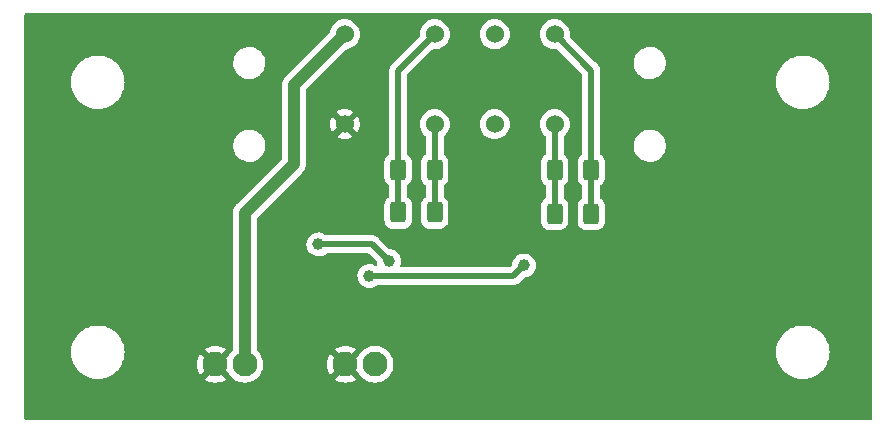
<source format=gbl>
G04 #@! TF.GenerationSoftware,KiCad,Pcbnew,6.0.9-8da3e8f707~117~ubuntu20.04.1*
G04 #@! TF.CreationDate,2022-11-29T05:25:06-05:00*
G04 #@! TF.ProjectId,audiomute,61756469-6f6d-4757-9465-2e6b69636164,rev?*
G04 #@! TF.SameCoordinates,Original*
G04 #@! TF.FileFunction,Copper,L2,Bot*
G04 #@! TF.FilePolarity,Positive*
%FSLAX46Y46*%
G04 Gerber Fmt 4.6, Leading zero omitted, Abs format (unit mm)*
G04 Created by KiCad (PCBNEW 6.0.9-8da3e8f707~117~ubuntu20.04.1) date 2022-11-29 05:25:06*
%MOMM*%
%LPD*%
G01*
G04 APERTURE LIST*
G04 Aperture macros list*
%AMRoundRect*
0 Rectangle with rounded corners*
0 $1 Rounding radius*
0 $2 $3 $4 $5 $6 $7 $8 $9 X,Y pos of 4 corners*
0 Add a 4 corners polygon primitive as box body*
4,1,4,$2,$3,$4,$5,$6,$7,$8,$9,$2,$3,0*
0 Add four circle primitives for the rounded corners*
1,1,$1+$1,$2,$3*
1,1,$1+$1,$4,$5*
1,1,$1+$1,$6,$7*
1,1,$1+$1,$8,$9*
0 Add four rect primitives between the rounded corners*
20,1,$1+$1,$2,$3,$4,$5,0*
20,1,$1+$1,$4,$5,$6,$7,0*
20,1,$1+$1,$6,$7,$8,$9,0*
20,1,$1+$1,$8,$9,$2,$3,0*%
G04 Aperture macros list end*
G04 #@! TA.AperFunction,ComponentPad*
%ADD10C,2.100000*%
G04 #@! TD*
G04 #@! TA.AperFunction,ComponentPad*
%ADD11C,1.524000*%
G04 #@! TD*
G04 #@! TA.AperFunction,SMDPad,CuDef*
%ADD12RoundRect,0.250000X0.400000X0.625000X-0.400000X0.625000X-0.400000X-0.625000X0.400000X-0.625000X0*%
G04 #@! TD*
G04 #@! TA.AperFunction,ViaPad*
%ADD13C,1.000000*%
G04 #@! TD*
G04 #@! TA.AperFunction,Conductor*
%ADD14C,0.500000*%
G04 #@! TD*
G04 #@! TA.AperFunction,Conductor*
%ADD15C,1.000000*%
G04 #@! TD*
G04 APERTURE END LIST*
D10*
X100941000Y-102616000D03*
X98441000Y-102616000D03*
D11*
X98374000Y-82296000D03*
X105994000Y-82296000D03*
X111074000Y-82296000D03*
X116154000Y-82296000D03*
X116154000Y-74676000D03*
X111074000Y-74676000D03*
X105994000Y-74676000D03*
X98374000Y-74676000D03*
D10*
X89916000Y-102616000D03*
X87416000Y-102616000D03*
D12*
X105994800Y-89763600D03*
X102894800Y-89763600D03*
X119253600Y-86156800D03*
X116153600Y-86156800D03*
X105994800Y-86156800D03*
X102894800Y-86156800D03*
X119253600Y-89865200D03*
X116153600Y-89865200D03*
D13*
X141478000Y-74168000D03*
X89865200Y-86410800D03*
X86309200Y-93472000D03*
X110439200Y-91490800D03*
X102006400Y-91897200D03*
X93929200Y-102616000D03*
X94691200Y-87477600D03*
X106629200Y-97891600D03*
X89001600Y-80010000D03*
X108610400Y-78689200D03*
X101244400Y-82854800D03*
X73152000Y-105410000D03*
X120396000Y-105664000D03*
X73406000Y-89662000D03*
X101752400Y-74676000D03*
X114096800Y-92303600D03*
X114435760Y-96918240D03*
X141224000Y-105664000D03*
X82423000Y-82677000D03*
X121539000Y-91567000D03*
X120954800Y-81686400D03*
X92964000Y-93370400D03*
X131064000Y-78740000D03*
X110947200Y-102819200D03*
X125933200Y-74726800D03*
X108966000Y-86360000D03*
X72644000Y-74422000D03*
X131445000Y-97409000D03*
X140081000Y-88900000D03*
X96147760Y-92473240D03*
X102116760Y-93870240D03*
X100465760Y-95140240D03*
X113546760Y-94251240D03*
D14*
X105994000Y-82296000D02*
X105994000Y-86156000D01*
X105994800Y-89763600D02*
X105994800Y-86156800D01*
X105994000Y-86156000D02*
X105994800Y-86156800D01*
D15*
X94081600Y-78968400D02*
X98374000Y-74676000D01*
X94081600Y-85648800D02*
X94081600Y-78968400D01*
X89916000Y-89814400D02*
X94081600Y-85648800D01*
X89916000Y-102616000D02*
X89916000Y-89814400D01*
D14*
X100719760Y-92473240D02*
X102116760Y-93870240D01*
X96147760Y-92473240D02*
X100719760Y-92473240D01*
X112657760Y-95140240D02*
X113546760Y-94251240D01*
X100465760Y-95140240D02*
X112657760Y-95140240D01*
X102894800Y-77775200D02*
X105994000Y-74676000D01*
X102894800Y-86156800D02*
X102894800Y-89763600D01*
X102894800Y-86156800D02*
X102894800Y-77775200D01*
X119253600Y-77775600D02*
X119253600Y-86156800D01*
X116154000Y-74676000D02*
X119253600Y-77775600D01*
X119253600Y-86156800D02*
X119253600Y-89865200D01*
X116153600Y-86156800D02*
X116153600Y-89865200D01*
X116154000Y-82296000D02*
X116154000Y-86156400D01*
X116154000Y-86156400D02*
X116153600Y-86156800D01*
G04 #@! TA.AperFunction,Conductor*
G36*
X142943621Y-72918502D02*
G01*
X142990114Y-72972158D01*
X143001500Y-73024500D01*
X143001500Y-107188500D01*
X142981498Y-107256621D01*
X142927842Y-107303114D01*
X142875500Y-107314500D01*
X71373500Y-107314500D01*
X71305379Y-107294498D01*
X71258886Y-107240842D01*
X71247500Y-107188500D01*
X71247500Y-103885030D01*
X86511800Y-103885030D01*
X86517527Y-103892680D01*
X86702272Y-104005893D01*
X86711067Y-104010375D01*
X86928490Y-104100434D01*
X86937875Y-104103483D01*
X87166708Y-104158422D01*
X87176455Y-104159965D01*
X87411070Y-104178430D01*
X87420930Y-104178430D01*
X87655545Y-104159965D01*
X87665292Y-104158422D01*
X87894125Y-104103483D01*
X87903510Y-104100434D01*
X88120933Y-104010375D01*
X88129728Y-104005893D01*
X88310805Y-103894928D01*
X88320267Y-103884470D01*
X88316484Y-103875694D01*
X87428812Y-102988022D01*
X87414868Y-102980408D01*
X87413035Y-102980539D01*
X87406420Y-102984790D01*
X86518560Y-103872650D01*
X86511800Y-103885030D01*
X71247500Y-103885030D01*
X71247500Y-101600000D01*
X75206654Y-101600000D01*
X75206924Y-101604119D01*
X75212772Y-101693337D01*
X75226017Y-101895426D01*
X75226819Y-101899459D01*
X75226820Y-101899465D01*
X75282970Y-102181747D01*
X75283776Y-102185797D01*
X75285103Y-102189706D01*
X75285104Y-102189710D01*
X75304623Y-102247210D01*
X75378941Y-102466145D01*
X75380765Y-102469843D01*
X75459160Y-102628812D01*
X75509885Y-102731673D01*
X75512179Y-102735106D01*
X75592706Y-102855623D01*
X75674367Y-102977838D01*
X75677081Y-102980932D01*
X75677085Y-102980938D01*
X75866864Y-103197338D01*
X75869573Y-103200427D01*
X75872662Y-103203136D01*
X76089062Y-103392915D01*
X76089068Y-103392919D01*
X76092162Y-103395633D01*
X76095588Y-103397922D01*
X76095593Y-103397926D01*
X76278690Y-103520267D01*
X76338327Y-103560115D01*
X76342026Y-103561939D01*
X76342031Y-103561942D01*
X76478313Y-103629148D01*
X76603855Y-103691059D01*
X76607760Y-103692384D01*
X76607761Y-103692385D01*
X76880290Y-103784896D01*
X76880294Y-103784897D01*
X76884203Y-103786224D01*
X76888247Y-103787028D01*
X76888253Y-103787030D01*
X77170535Y-103843180D01*
X77170541Y-103843181D01*
X77174574Y-103843983D01*
X77178679Y-103844252D01*
X77178686Y-103844253D01*
X77465881Y-103863076D01*
X77470000Y-103863346D01*
X77474119Y-103863076D01*
X77761314Y-103844253D01*
X77761321Y-103844252D01*
X77765426Y-103843983D01*
X77769459Y-103843181D01*
X77769465Y-103843180D01*
X78051747Y-103787030D01*
X78051753Y-103787028D01*
X78055797Y-103786224D01*
X78059706Y-103784897D01*
X78059710Y-103784896D01*
X78332239Y-103692385D01*
X78332240Y-103692384D01*
X78336145Y-103691059D01*
X78461687Y-103629148D01*
X78597969Y-103561942D01*
X78597974Y-103561939D01*
X78601673Y-103560115D01*
X78661310Y-103520267D01*
X78844407Y-103397926D01*
X78844412Y-103397922D01*
X78847838Y-103395633D01*
X78850932Y-103392919D01*
X78850938Y-103392915D01*
X79067338Y-103203136D01*
X79070427Y-103200427D01*
X79073136Y-103197338D01*
X79262915Y-102980938D01*
X79262919Y-102980932D01*
X79265633Y-102977838D01*
X79347295Y-102855623D01*
X79427821Y-102735106D01*
X79430115Y-102731673D01*
X79480841Y-102628812D01*
X79484728Y-102620930D01*
X85853570Y-102620930D01*
X85872035Y-102855545D01*
X85873578Y-102865292D01*
X85928517Y-103094125D01*
X85931566Y-103103510D01*
X86021625Y-103320933D01*
X86026107Y-103329728D01*
X86137072Y-103510805D01*
X86147530Y-103520267D01*
X86156306Y-103516484D01*
X87043978Y-102628812D01*
X87050356Y-102617132D01*
X87780408Y-102617132D01*
X87780539Y-102618965D01*
X87784790Y-102625580D01*
X88572873Y-103413663D01*
X88591209Y-103436920D01*
X88651248Y-103534896D01*
X88654463Y-103538660D01*
X88654465Y-103538663D01*
X88783067Y-103689235D01*
X88810567Y-103721433D01*
X88814323Y-103724641D01*
X88991182Y-103875694D01*
X88997104Y-103880752D01*
X89001327Y-103883340D01*
X89001330Y-103883342D01*
X89020237Y-103894928D01*
X89206268Y-104008927D01*
X89350967Y-104068864D01*
X89428335Y-104100911D01*
X89428337Y-104100912D01*
X89432908Y-104102805D01*
X89515563Y-104122649D01*
X89666630Y-104158917D01*
X89666636Y-104158918D01*
X89671443Y-104160072D01*
X89916000Y-104179319D01*
X90160557Y-104160072D01*
X90165364Y-104158918D01*
X90165370Y-104158917D01*
X90316437Y-104122649D01*
X90399092Y-104102805D01*
X90403663Y-104100912D01*
X90403665Y-104100911D01*
X90481033Y-104068864D01*
X90625732Y-104008927D01*
X90811763Y-103894928D01*
X90827915Y-103885030D01*
X97536800Y-103885030D01*
X97542527Y-103892680D01*
X97727272Y-104005893D01*
X97736067Y-104010375D01*
X97953490Y-104100434D01*
X97962875Y-104103483D01*
X98191708Y-104158422D01*
X98201455Y-104159965D01*
X98436070Y-104178430D01*
X98445930Y-104178430D01*
X98680545Y-104159965D01*
X98690292Y-104158422D01*
X98919125Y-104103483D01*
X98928510Y-104100434D01*
X99145933Y-104010375D01*
X99154728Y-104005893D01*
X99335805Y-103894928D01*
X99345267Y-103884470D01*
X99341484Y-103875694D01*
X98453812Y-102988022D01*
X98439868Y-102980408D01*
X98438035Y-102980539D01*
X98431420Y-102984790D01*
X97543560Y-103872650D01*
X97536800Y-103885030D01*
X90827915Y-103885030D01*
X90830670Y-103883342D01*
X90830673Y-103883340D01*
X90834896Y-103880752D01*
X90840819Y-103875694D01*
X91017677Y-103724641D01*
X91021433Y-103721433D01*
X91048933Y-103689235D01*
X91177535Y-103538663D01*
X91177537Y-103538660D01*
X91180752Y-103534896D01*
X91308927Y-103325732D01*
X91402805Y-103099092D01*
X91422649Y-103016437D01*
X91458917Y-102865370D01*
X91458918Y-102865364D01*
X91460072Y-102860557D01*
X91478931Y-102620930D01*
X96878570Y-102620930D01*
X96897035Y-102855545D01*
X96898578Y-102865292D01*
X96953517Y-103094125D01*
X96956566Y-103103510D01*
X97046625Y-103320933D01*
X97051107Y-103329728D01*
X97162072Y-103510805D01*
X97172530Y-103520267D01*
X97181306Y-103516484D01*
X98068978Y-102628812D01*
X98075356Y-102617132D01*
X98805408Y-102617132D01*
X98805539Y-102618965D01*
X98809790Y-102625580D01*
X99597873Y-103413663D01*
X99616209Y-103436920D01*
X99676248Y-103534896D01*
X99679463Y-103538660D01*
X99679465Y-103538663D01*
X99808067Y-103689235D01*
X99835567Y-103721433D01*
X99839323Y-103724641D01*
X100016182Y-103875694D01*
X100022104Y-103880752D01*
X100026327Y-103883340D01*
X100026330Y-103883342D01*
X100045237Y-103894928D01*
X100231268Y-104008927D01*
X100375967Y-104068864D01*
X100453335Y-104100911D01*
X100453337Y-104100912D01*
X100457908Y-104102805D01*
X100540563Y-104122649D01*
X100691630Y-104158917D01*
X100691636Y-104158918D01*
X100696443Y-104160072D01*
X100941000Y-104179319D01*
X101185557Y-104160072D01*
X101190364Y-104158918D01*
X101190370Y-104158917D01*
X101341437Y-104122649D01*
X101424092Y-104102805D01*
X101428663Y-104100912D01*
X101428665Y-104100911D01*
X101506033Y-104068864D01*
X101650732Y-104008927D01*
X101836763Y-103894928D01*
X101855670Y-103883342D01*
X101855673Y-103883340D01*
X101859896Y-103880752D01*
X101865819Y-103875694D01*
X102042677Y-103724641D01*
X102046433Y-103721433D01*
X102073933Y-103689235D01*
X102202535Y-103538663D01*
X102202537Y-103538660D01*
X102205752Y-103534896D01*
X102333927Y-103325732D01*
X102427805Y-103099092D01*
X102447649Y-103016437D01*
X102483917Y-102865370D01*
X102483918Y-102865364D01*
X102485072Y-102860557D01*
X102504319Y-102616000D01*
X102485072Y-102371443D01*
X102456299Y-102251592D01*
X102428960Y-102137720D01*
X102427805Y-102132908D01*
X102333927Y-101906268D01*
X102205752Y-101697104D01*
X102122817Y-101600000D01*
X134896654Y-101600000D01*
X134896924Y-101604119D01*
X134902772Y-101693337D01*
X134916017Y-101895426D01*
X134916819Y-101899459D01*
X134916820Y-101899465D01*
X134972970Y-102181747D01*
X134973776Y-102185797D01*
X134975103Y-102189706D01*
X134975104Y-102189710D01*
X134994623Y-102247210D01*
X135068941Y-102466145D01*
X135070765Y-102469843D01*
X135149160Y-102628812D01*
X135199885Y-102731673D01*
X135202179Y-102735106D01*
X135282706Y-102855623D01*
X135364367Y-102977838D01*
X135367081Y-102980932D01*
X135367085Y-102980938D01*
X135556864Y-103197338D01*
X135559573Y-103200427D01*
X135562662Y-103203136D01*
X135779062Y-103392915D01*
X135779068Y-103392919D01*
X135782162Y-103395633D01*
X135785588Y-103397922D01*
X135785593Y-103397926D01*
X135968690Y-103520267D01*
X136028327Y-103560115D01*
X136032026Y-103561939D01*
X136032031Y-103561942D01*
X136168313Y-103629148D01*
X136293855Y-103691059D01*
X136297760Y-103692384D01*
X136297761Y-103692385D01*
X136570290Y-103784896D01*
X136570294Y-103784897D01*
X136574203Y-103786224D01*
X136578247Y-103787028D01*
X136578253Y-103787030D01*
X136860535Y-103843180D01*
X136860541Y-103843181D01*
X136864574Y-103843983D01*
X136868679Y-103844252D01*
X136868686Y-103844253D01*
X137155881Y-103863076D01*
X137160000Y-103863346D01*
X137164119Y-103863076D01*
X137451314Y-103844253D01*
X137451321Y-103844252D01*
X137455426Y-103843983D01*
X137459459Y-103843181D01*
X137459465Y-103843180D01*
X137741747Y-103787030D01*
X137741753Y-103787028D01*
X137745797Y-103786224D01*
X137749706Y-103784897D01*
X137749710Y-103784896D01*
X138022239Y-103692385D01*
X138022240Y-103692384D01*
X138026145Y-103691059D01*
X138151687Y-103629148D01*
X138287969Y-103561942D01*
X138287974Y-103561939D01*
X138291673Y-103560115D01*
X138351310Y-103520267D01*
X138534407Y-103397926D01*
X138534412Y-103397922D01*
X138537838Y-103395633D01*
X138540932Y-103392919D01*
X138540938Y-103392915D01*
X138757338Y-103203136D01*
X138760427Y-103200427D01*
X138763136Y-103197338D01*
X138952915Y-102980938D01*
X138952919Y-102980932D01*
X138955633Y-102977838D01*
X139037295Y-102855623D01*
X139117821Y-102735106D01*
X139120115Y-102731673D01*
X139170841Y-102628812D01*
X139249235Y-102469843D01*
X139251059Y-102466145D01*
X139325377Y-102247210D01*
X139344896Y-102189710D01*
X139344897Y-102189706D01*
X139346224Y-102185797D01*
X139347030Y-102181747D01*
X139403180Y-101899465D01*
X139403181Y-101899459D01*
X139403983Y-101895426D01*
X139417229Y-101693337D01*
X139423076Y-101604119D01*
X139423346Y-101600000D01*
X139408251Y-101369691D01*
X139404253Y-101308686D01*
X139404252Y-101308679D01*
X139403983Y-101304574D01*
X139387772Y-101223073D01*
X139347030Y-101018253D01*
X139347028Y-101018247D01*
X139346224Y-101014203D01*
X139251059Y-100733855D01*
X139120115Y-100468327D01*
X138955633Y-100222162D01*
X138952919Y-100219068D01*
X138952915Y-100219062D01*
X138763136Y-100002662D01*
X138760427Y-99999573D01*
X138757338Y-99996864D01*
X138540938Y-99807085D01*
X138540932Y-99807081D01*
X138537838Y-99804367D01*
X138534412Y-99802078D01*
X138534407Y-99802074D01*
X138295106Y-99642179D01*
X138291673Y-99639885D01*
X138287974Y-99638061D01*
X138287969Y-99638058D01*
X138151687Y-99570852D01*
X138026145Y-99508941D01*
X138022239Y-99507615D01*
X137749710Y-99415104D01*
X137749706Y-99415103D01*
X137745797Y-99413776D01*
X137741753Y-99412972D01*
X137741747Y-99412970D01*
X137459465Y-99356820D01*
X137459459Y-99356819D01*
X137455426Y-99356017D01*
X137451321Y-99355748D01*
X137451314Y-99355747D01*
X137164119Y-99336924D01*
X137160000Y-99336654D01*
X137155881Y-99336924D01*
X136868686Y-99355747D01*
X136868679Y-99355748D01*
X136864574Y-99356017D01*
X136860541Y-99356819D01*
X136860535Y-99356820D01*
X136578253Y-99412970D01*
X136578247Y-99412972D01*
X136574203Y-99413776D01*
X136570294Y-99415103D01*
X136570290Y-99415104D01*
X136297761Y-99507615D01*
X136293855Y-99508941D01*
X136168313Y-99570852D01*
X136032031Y-99638058D01*
X136032026Y-99638061D01*
X136028327Y-99639885D01*
X136024894Y-99642179D01*
X135785593Y-99802074D01*
X135785588Y-99802078D01*
X135782162Y-99804367D01*
X135779068Y-99807081D01*
X135779062Y-99807085D01*
X135562662Y-99996864D01*
X135559573Y-99999573D01*
X135556864Y-100002662D01*
X135367085Y-100219062D01*
X135367081Y-100219068D01*
X135364367Y-100222162D01*
X135199885Y-100468327D01*
X135068941Y-100733855D01*
X134973776Y-101014203D01*
X134972972Y-101018247D01*
X134972970Y-101018253D01*
X134932229Y-101223073D01*
X134916017Y-101304574D01*
X134915748Y-101308679D01*
X134915747Y-101308686D01*
X134911749Y-101369691D01*
X134896654Y-101600000D01*
X102122817Y-101600000D01*
X102046433Y-101510567D01*
X101961249Y-101437812D01*
X101863663Y-101354465D01*
X101863660Y-101354463D01*
X101859896Y-101351248D01*
X101855673Y-101348660D01*
X101855670Y-101348658D01*
X101777139Y-101300535D01*
X101650732Y-101223073D01*
X101506033Y-101163136D01*
X101428665Y-101131089D01*
X101428663Y-101131088D01*
X101424092Y-101129195D01*
X101341437Y-101109351D01*
X101190370Y-101073083D01*
X101190364Y-101073082D01*
X101185557Y-101071928D01*
X100941000Y-101052681D01*
X100696443Y-101071928D01*
X100691636Y-101073082D01*
X100691630Y-101073083D01*
X100540563Y-101109351D01*
X100457908Y-101129195D01*
X100453337Y-101131088D01*
X100453335Y-101131089D01*
X100375967Y-101163136D01*
X100231268Y-101223073D01*
X100104861Y-101300535D01*
X100026330Y-101348658D01*
X100026327Y-101348660D01*
X100022104Y-101351248D01*
X100018340Y-101354463D01*
X100018337Y-101354465D01*
X99920751Y-101437812D01*
X99835567Y-101510567D01*
X99676248Y-101697104D01*
X99616209Y-101795080D01*
X99597873Y-101818337D01*
X98813022Y-102603188D01*
X98805408Y-102617132D01*
X98075356Y-102617132D01*
X98076592Y-102614868D01*
X98076461Y-102613035D01*
X98072210Y-102606420D01*
X97184350Y-101718560D01*
X97171970Y-101711800D01*
X97164320Y-101717527D01*
X97051107Y-101902272D01*
X97046625Y-101911067D01*
X96956566Y-102128490D01*
X96953517Y-102137875D01*
X96898578Y-102366708D01*
X96897035Y-102376455D01*
X96878570Y-102611070D01*
X96878570Y-102620930D01*
X91478931Y-102620930D01*
X91479319Y-102616000D01*
X91460072Y-102371443D01*
X91431299Y-102251592D01*
X91403960Y-102137720D01*
X91402805Y-102132908D01*
X91308927Y-101906268D01*
X91180752Y-101697104D01*
X91021433Y-101510567D01*
X90968669Y-101465502D01*
X90929860Y-101406051D01*
X90924500Y-101369691D01*
X90924500Y-101347530D01*
X97536733Y-101347530D01*
X97540516Y-101356306D01*
X98428188Y-102243978D01*
X98442132Y-102251592D01*
X98443965Y-102251461D01*
X98450580Y-102247210D01*
X99338440Y-101359350D01*
X99345200Y-101346970D01*
X99339473Y-101339320D01*
X99154728Y-101226107D01*
X99145933Y-101221625D01*
X98928510Y-101131566D01*
X98919125Y-101128517D01*
X98690292Y-101073578D01*
X98680545Y-101072035D01*
X98445930Y-101053570D01*
X98436070Y-101053570D01*
X98201455Y-101072035D01*
X98191708Y-101073578D01*
X97962875Y-101128517D01*
X97953490Y-101131566D01*
X97736067Y-101221625D01*
X97727272Y-101226107D01*
X97546195Y-101337072D01*
X97536733Y-101347530D01*
X90924500Y-101347530D01*
X90924500Y-92459091D01*
X95134479Y-92459091D01*
X95151028Y-92656174D01*
X95152727Y-92662098D01*
X95201294Y-92831471D01*
X95205543Y-92846290D01*
X95295947Y-93022196D01*
X95418795Y-93177193D01*
X95569410Y-93305376D01*
X95742054Y-93401864D01*
X95930152Y-93462980D01*
X96126537Y-93486398D01*
X96132672Y-93485926D01*
X96132674Y-93485926D01*
X96317590Y-93471697D01*
X96317594Y-93471696D01*
X96323732Y-93471224D01*
X96514223Y-93418038D01*
X96519727Y-93415258D01*
X96519729Y-93415257D01*
X96685255Y-93331644D01*
X96685257Y-93331643D01*
X96690756Y-93328865D01*
X96780881Y-93258451D01*
X96846876Y-93232273D01*
X96858455Y-93231740D01*
X100353389Y-93231740D01*
X100421510Y-93251742D01*
X100442484Y-93268645D01*
X101077616Y-93903777D01*
X101111642Y-93966089D01*
X101114079Y-93982329D01*
X101118968Y-94040546D01*
X101120028Y-94053174D01*
X101137281Y-94113342D01*
X101136831Y-94184335D01*
X101098069Y-94243817D01*
X101033303Y-94272900D01*
X100963094Y-94262350D01*
X100956233Y-94258907D01*
X100879328Y-94217325D01*
X100858461Y-94206042D01*
X100669528Y-94147558D01*
X100663403Y-94146914D01*
X100663402Y-94146914D01*
X100478964Y-94127529D01*
X100478962Y-94127529D01*
X100472835Y-94126885D01*
X100390336Y-94134393D01*
X100282011Y-94144251D01*
X100282008Y-94144252D01*
X100275872Y-94144810D01*
X100269966Y-94146548D01*
X100269962Y-94146549D01*
X100164836Y-94177489D01*
X100086141Y-94200650D01*
X100080683Y-94203503D01*
X100080679Y-94203505D01*
X99996076Y-94247735D01*
X99910870Y-94292280D01*
X99756735Y-94416208D01*
X99629606Y-94567714D01*
X99626639Y-94573112D01*
X99626635Y-94573117D01*
X99576992Y-94663419D01*
X99534327Y-94741027D01*
X99474525Y-94929546D01*
X99452479Y-95126091D01*
X99469028Y-95323174D01*
X99523543Y-95513290D01*
X99526362Y-95518775D01*
X99603384Y-95668642D01*
X99613947Y-95689196D01*
X99736795Y-95844193D01*
X99741488Y-95848187D01*
X99741489Y-95848188D01*
X99805117Y-95902339D01*
X99887410Y-95972376D01*
X100060054Y-96068864D01*
X100248152Y-96129980D01*
X100444537Y-96153398D01*
X100450672Y-96152926D01*
X100450674Y-96152926D01*
X100635590Y-96138697D01*
X100635594Y-96138696D01*
X100641732Y-96138224D01*
X100832223Y-96085038D01*
X100837727Y-96082258D01*
X100837729Y-96082257D01*
X101003255Y-95998644D01*
X101003257Y-95998643D01*
X101008756Y-95995865D01*
X101098881Y-95925451D01*
X101164876Y-95899273D01*
X101176455Y-95898740D01*
X112590690Y-95898740D01*
X112609640Y-95900173D01*
X112623875Y-95902339D01*
X112623879Y-95902339D01*
X112631109Y-95903439D01*
X112638401Y-95902846D01*
X112638404Y-95902846D01*
X112683778Y-95899155D01*
X112693993Y-95898740D01*
X112702053Y-95898740D01*
X112715343Y-95897191D01*
X112730267Y-95895451D01*
X112734642Y-95895018D01*
X112800099Y-95889694D01*
X112800102Y-95889693D01*
X112807397Y-95889100D01*
X112814361Y-95886844D01*
X112820320Y-95885653D01*
X112826175Y-95884269D01*
X112833441Y-95883422D01*
X112902087Y-95858505D01*
X112906215Y-95857088D01*
X112968696Y-95836847D01*
X112968698Y-95836846D01*
X112975659Y-95834591D01*
X112981914Y-95830795D01*
X112987388Y-95828289D01*
X112992818Y-95825570D01*
X112999697Y-95823073D01*
X113060736Y-95783054D01*
X113064440Y-95780717D01*
X113126867Y-95742835D01*
X113135244Y-95735437D01*
X113135268Y-95735464D01*
X113138260Y-95732811D01*
X113141493Y-95730108D01*
X113147612Y-95726096D01*
X113200888Y-95669857D01*
X113203266Y-95667415D01*
X113580056Y-95290625D01*
X113642368Y-95256599D01*
X113659483Y-95254091D01*
X113666273Y-95253569D01*
X113716590Y-95249697D01*
X113716594Y-95249696D01*
X113722732Y-95249224D01*
X113913223Y-95196038D01*
X113918727Y-95193258D01*
X113918729Y-95193257D01*
X114084255Y-95109644D01*
X114084257Y-95109643D01*
X114089756Y-95106865D01*
X114245607Y-94985101D01*
X114374838Y-94835385D01*
X114472529Y-94663419D01*
X114534957Y-94475753D01*
X114559745Y-94279535D01*
X114560140Y-94251240D01*
X114540840Y-94054407D01*
X114483676Y-93865071D01*
X114390826Y-93690444D01*
X114320469Y-93604178D01*
X114269720Y-93541953D01*
X114269717Y-93541950D01*
X114265825Y-93537178D01*
X114259484Y-93531932D01*
X114118185Y-93415039D01*
X114118181Y-93415037D01*
X114113435Y-93411110D01*
X113939461Y-93317042D01*
X113750528Y-93258558D01*
X113744403Y-93257914D01*
X113744402Y-93257914D01*
X113559964Y-93238529D01*
X113559962Y-93238529D01*
X113553835Y-93237885D01*
X113471336Y-93245393D01*
X113363011Y-93255251D01*
X113363008Y-93255252D01*
X113356872Y-93255810D01*
X113350966Y-93257548D01*
X113350962Y-93257549D01*
X113245836Y-93288489D01*
X113167141Y-93311650D01*
X113161683Y-93314503D01*
X113161679Y-93314505D01*
X113128896Y-93331644D01*
X112991870Y-93403280D01*
X112837735Y-93527208D01*
X112710606Y-93678714D01*
X112707639Y-93684112D01*
X112707635Y-93684117D01*
X112704157Y-93690444D01*
X112615327Y-93852027D01*
X112613466Y-93857894D01*
X112613465Y-93857896D01*
X112557387Y-94034676D01*
X112555525Y-94040546D01*
X112553445Y-94059094D01*
X112544114Y-94142275D01*
X112516643Y-94207742D01*
X112507994Y-94217325D01*
X112380484Y-94344835D01*
X112318172Y-94378861D01*
X112291389Y-94381740D01*
X103184192Y-94381740D01*
X103116071Y-94361738D01*
X103069578Y-94308082D01*
X103059474Y-94237808D01*
X103064634Y-94215968D01*
X103066961Y-94208972D01*
X103104957Y-94094753D01*
X103129745Y-93898535D01*
X103130140Y-93870240D01*
X103110840Y-93673407D01*
X103053676Y-93484071D01*
X102960826Y-93309444D01*
X102856223Y-93181188D01*
X102839720Y-93160953D01*
X102839717Y-93160950D01*
X102835825Y-93156178D01*
X102831076Y-93152249D01*
X102688185Y-93034039D01*
X102688181Y-93034037D01*
X102683435Y-93030110D01*
X102509461Y-92936042D01*
X102320528Y-92877558D01*
X102314406Y-92876915D01*
X102314403Y-92876914D01*
X102269638Y-92872209D01*
X102226596Y-92867686D01*
X102160940Y-92840673D01*
X102150672Y-92831471D01*
X101303530Y-91984329D01*
X101291144Y-91969917D01*
X101282611Y-91958322D01*
X101282606Y-91958317D01*
X101278268Y-91952422D01*
X101272690Y-91947683D01*
X101272687Y-91947680D01*
X101237992Y-91918205D01*
X101230476Y-91911275D01*
X101224781Y-91905580D01*
X101212656Y-91895987D01*
X101202509Y-91887959D01*
X101199105Y-91885168D01*
X101149057Y-91842649D01*
X101149055Y-91842648D01*
X101143475Y-91837907D01*
X101136959Y-91834579D01*
X101131910Y-91831212D01*
X101126781Y-91828045D01*
X101121044Y-91823506D01*
X101054885Y-91792585D01*
X101050985Y-91790679D01*
X100985952Y-91757471D01*
X100978844Y-91755732D01*
X100973201Y-91753633D01*
X100967438Y-91751716D01*
X100960810Y-91748618D01*
X100889343Y-91733753D01*
X100885059Y-91732783D01*
X100814150Y-91715432D01*
X100808548Y-91715084D01*
X100808545Y-91715084D01*
X100802996Y-91714740D01*
X100802998Y-91714704D01*
X100799005Y-91714465D01*
X100794813Y-91714091D01*
X100787645Y-91712600D01*
X100721435Y-91714391D01*
X100710239Y-91714694D01*
X100706832Y-91714740D01*
X96858472Y-91714740D01*
X96790351Y-91694738D01*
X96778157Y-91685825D01*
X96756466Y-91667881D01*
X96714435Y-91633110D01*
X96540461Y-91539042D01*
X96351528Y-91480558D01*
X96345403Y-91479914D01*
X96345402Y-91479914D01*
X96160964Y-91460529D01*
X96160962Y-91460529D01*
X96154835Y-91459885D01*
X96072336Y-91467393D01*
X95964011Y-91477251D01*
X95964008Y-91477252D01*
X95957872Y-91477810D01*
X95951966Y-91479548D01*
X95951962Y-91479549D01*
X95846836Y-91510489D01*
X95768141Y-91533650D01*
X95762683Y-91536503D01*
X95762679Y-91536505D01*
X95671907Y-91583960D01*
X95592870Y-91625280D01*
X95438735Y-91749208D01*
X95311606Y-91900714D01*
X95308639Y-91906112D01*
X95308635Y-91906117D01*
X95229855Y-92049420D01*
X95216327Y-92074027D01*
X95156525Y-92262546D01*
X95134479Y-92459091D01*
X90924500Y-92459091D01*
X90924500Y-90439000D01*
X101736300Y-90439000D01*
X101736637Y-90442246D01*
X101736637Y-90442250D01*
X101746503Y-90537334D01*
X101747274Y-90544766D01*
X101749455Y-90551302D01*
X101749455Y-90551304D01*
X101782913Y-90651589D01*
X101803250Y-90712546D01*
X101896322Y-90862948D01*
X102021497Y-90987905D01*
X102027727Y-90991745D01*
X102027728Y-90991746D01*
X102164890Y-91076294D01*
X102172062Y-91080715D01*
X102210144Y-91093346D01*
X102333411Y-91134232D01*
X102333413Y-91134232D01*
X102339939Y-91136397D01*
X102346775Y-91137097D01*
X102346778Y-91137098D01*
X102389831Y-91141509D01*
X102444400Y-91147100D01*
X103345200Y-91147100D01*
X103348446Y-91146763D01*
X103348450Y-91146763D01*
X103444108Y-91136838D01*
X103444112Y-91136837D01*
X103450966Y-91136126D01*
X103457502Y-91133945D01*
X103457504Y-91133945D01*
X103608717Y-91083496D01*
X103618746Y-91080150D01*
X103769148Y-90987078D01*
X103894105Y-90861903D01*
X103919703Y-90820376D01*
X103983075Y-90717568D01*
X103983076Y-90717566D01*
X103986915Y-90711338D01*
X104042597Y-90543461D01*
X104053300Y-90439000D01*
X104053300Y-89088200D01*
X104052326Y-89078811D01*
X104043038Y-88989292D01*
X104043037Y-88989288D01*
X104042326Y-88982434D01*
X103986350Y-88814654D01*
X103893278Y-88664252D01*
X103768103Y-88539295D01*
X103761875Y-88535456D01*
X103761870Y-88535452D01*
X103713183Y-88505441D01*
X103665690Y-88452669D01*
X103653300Y-88398182D01*
X103653300Y-87522169D01*
X103673302Y-87454048D01*
X103712993Y-87415028D01*
X103769148Y-87380278D01*
X103894105Y-87255103D01*
X103986915Y-87104538D01*
X104042597Y-86936661D01*
X104053300Y-86832200D01*
X104053300Y-85481400D01*
X104051910Y-85468000D01*
X104043038Y-85382492D01*
X104043037Y-85382488D01*
X104042326Y-85375634D01*
X104032832Y-85347175D01*
X103988668Y-85214802D01*
X103986350Y-85207854D01*
X103893278Y-85057452D01*
X103768103Y-84932495D01*
X103761875Y-84928656D01*
X103761870Y-84928652D01*
X103713183Y-84898641D01*
X103665690Y-84845869D01*
X103653300Y-84791382D01*
X103653300Y-82296000D01*
X104718647Y-82296000D01*
X104738022Y-82517463D01*
X104795560Y-82732196D01*
X104797882Y-82737177D01*
X104797883Y-82737178D01*
X104887186Y-82928689D01*
X104887189Y-82928694D01*
X104889512Y-82933676D01*
X104892668Y-82938183D01*
X104892669Y-82938185D01*
X104929107Y-82990223D01*
X105017023Y-83115781D01*
X105174219Y-83272977D01*
X105178728Y-83276134D01*
X105178730Y-83276136D01*
X105181771Y-83278265D01*
X105182797Y-83279548D01*
X105182943Y-83279671D01*
X105182918Y-83279700D01*
X105226099Y-83333722D01*
X105235500Y-83381478D01*
X105235500Y-84791926D01*
X105215498Y-84860047D01*
X105175807Y-84899067D01*
X105120452Y-84933322D01*
X104995495Y-85058497D01*
X104991655Y-85064727D01*
X104991654Y-85064728D01*
X104921293Y-85178875D01*
X104902685Y-85209062D01*
X104847003Y-85376939D01*
X104846303Y-85383775D01*
X104846302Y-85383778D01*
X104842180Y-85424016D01*
X104836300Y-85481400D01*
X104836300Y-86832200D01*
X104847274Y-86937966D01*
X104903250Y-87105746D01*
X104996322Y-87256148D01*
X105121497Y-87381105D01*
X105127725Y-87384944D01*
X105127730Y-87384948D01*
X105176417Y-87414959D01*
X105223910Y-87467731D01*
X105236300Y-87522218D01*
X105236300Y-88398231D01*
X105216298Y-88466352D01*
X105176607Y-88505372D01*
X105120452Y-88540122D01*
X104995495Y-88665297D01*
X104991655Y-88671527D01*
X104991654Y-88671528D01*
X104932868Y-88766897D01*
X104902685Y-88815862D01*
X104847003Y-88983739D01*
X104836300Y-89088200D01*
X104836300Y-90439000D01*
X104836637Y-90442246D01*
X104836637Y-90442250D01*
X104846503Y-90537334D01*
X104847274Y-90544766D01*
X104849455Y-90551302D01*
X104849455Y-90551304D01*
X104882913Y-90651589D01*
X104903250Y-90712546D01*
X104996322Y-90862948D01*
X105121497Y-90987905D01*
X105127727Y-90991745D01*
X105127728Y-90991746D01*
X105264890Y-91076294D01*
X105272062Y-91080715D01*
X105310144Y-91093346D01*
X105433411Y-91134232D01*
X105433413Y-91134232D01*
X105439939Y-91136397D01*
X105446775Y-91137097D01*
X105446778Y-91137098D01*
X105489831Y-91141509D01*
X105544400Y-91147100D01*
X106445200Y-91147100D01*
X106448446Y-91146763D01*
X106448450Y-91146763D01*
X106544108Y-91136838D01*
X106544112Y-91136837D01*
X106550966Y-91136126D01*
X106557502Y-91133945D01*
X106557504Y-91133945D01*
X106708717Y-91083496D01*
X106718746Y-91080150D01*
X106869148Y-90987078D01*
X106994105Y-90861903D01*
X107019703Y-90820376D01*
X107083075Y-90717568D01*
X107083076Y-90717566D01*
X107086915Y-90711338D01*
X107142597Y-90543461D01*
X107153300Y-90439000D01*
X107153300Y-89088200D01*
X107152326Y-89078811D01*
X107143038Y-88989292D01*
X107143037Y-88989288D01*
X107142326Y-88982434D01*
X107086350Y-88814654D01*
X106993278Y-88664252D01*
X106868103Y-88539295D01*
X106861875Y-88535456D01*
X106861870Y-88535452D01*
X106813183Y-88505441D01*
X106765690Y-88452669D01*
X106753300Y-88398182D01*
X106753300Y-87522169D01*
X106773302Y-87454048D01*
X106812993Y-87415028D01*
X106869148Y-87380278D01*
X106994105Y-87255103D01*
X107086915Y-87104538D01*
X107142597Y-86936661D01*
X107153300Y-86832200D01*
X107153300Y-85481400D01*
X107151910Y-85468000D01*
X107143038Y-85382492D01*
X107143037Y-85382488D01*
X107142326Y-85375634D01*
X107132832Y-85347175D01*
X107088668Y-85214802D01*
X107086350Y-85207854D01*
X106993278Y-85057452D01*
X106868103Y-84932495D01*
X106861869Y-84928652D01*
X106812384Y-84898149D01*
X106764890Y-84845376D01*
X106752500Y-84790889D01*
X106752500Y-83381478D01*
X106772502Y-83313357D01*
X106806229Y-83278265D01*
X106809270Y-83276136D01*
X106809272Y-83276134D01*
X106813781Y-83272977D01*
X106970977Y-83115781D01*
X107058894Y-82990223D01*
X107095331Y-82938185D01*
X107095332Y-82938183D01*
X107098488Y-82933676D01*
X107100811Y-82928694D01*
X107100814Y-82928689D01*
X107190117Y-82737178D01*
X107190118Y-82737177D01*
X107192440Y-82732196D01*
X107249978Y-82517463D01*
X107269353Y-82296000D01*
X109798647Y-82296000D01*
X109818022Y-82517463D01*
X109875560Y-82732196D01*
X109877882Y-82737177D01*
X109877883Y-82737178D01*
X109967186Y-82928689D01*
X109967189Y-82928694D01*
X109969512Y-82933676D01*
X109972668Y-82938183D01*
X109972669Y-82938185D01*
X110009107Y-82990223D01*
X110097023Y-83115781D01*
X110254219Y-83272977D01*
X110258727Y-83276134D01*
X110258730Y-83276136D01*
X110301642Y-83306183D01*
X110436323Y-83400488D01*
X110441305Y-83402811D01*
X110441310Y-83402814D01*
X110631810Y-83491645D01*
X110637804Y-83494440D01*
X110643112Y-83495862D01*
X110643114Y-83495863D01*
X110670791Y-83503279D01*
X110852537Y-83551978D01*
X111074000Y-83571353D01*
X111295463Y-83551978D01*
X111477209Y-83503279D01*
X111504886Y-83495863D01*
X111504888Y-83495862D01*
X111510196Y-83494440D01*
X111516190Y-83491645D01*
X111706690Y-83402814D01*
X111706695Y-83402811D01*
X111711677Y-83400488D01*
X111846358Y-83306183D01*
X111889270Y-83276136D01*
X111889273Y-83276134D01*
X111893781Y-83272977D01*
X112050977Y-83115781D01*
X112138894Y-82990223D01*
X112175331Y-82938185D01*
X112175332Y-82938183D01*
X112178488Y-82933676D01*
X112180811Y-82928694D01*
X112180814Y-82928689D01*
X112270117Y-82737178D01*
X112270118Y-82737177D01*
X112272440Y-82732196D01*
X112329978Y-82517463D01*
X112349353Y-82296000D01*
X114878647Y-82296000D01*
X114898022Y-82517463D01*
X114955560Y-82732196D01*
X114957882Y-82737177D01*
X114957883Y-82737178D01*
X115047186Y-82928689D01*
X115047189Y-82928694D01*
X115049512Y-82933676D01*
X115052668Y-82938183D01*
X115052669Y-82938185D01*
X115089107Y-82990223D01*
X115177023Y-83115781D01*
X115334219Y-83272977D01*
X115338728Y-83276134D01*
X115338730Y-83276136D01*
X115341771Y-83278265D01*
X115342797Y-83279548D01*
X115342943Y-83279671D01*
X115342918Y-83279700D01*
X115386099Y-83333722D01*
X115395500Y-83381478D01*
X115395500Y-84791183D01*
X115375498Y-84859304D01*
X115335803Y-84898327D01*
X115279252Y-84933322D01*
X115154295Y-85058497D01*
X115150455Y-85064727D01*
X115150454Y-85064728D01*
X115080093Y-85178875D01*
X115061485Y-85209062D01*
X115005803Y-85376939D01*
X115005103Y-85383775D01*
X115005102Y-85383778D01*
X115000980Y-85424016D01*
X114995100Y-85481400D01*
X114995100Y-86832200D01*
X115006074Y-86937966D01*
X115062050Y-87105746D01*
X115155122Y-87256148D01*
X115280297Y-87381105D01*
X115286525Y-87384944D01*
X115286530Y-87384948D01*
X115335217Y-87414959D01*
X115382710Y-87467731D01*
X115395100Y-87522218D01*
X115395100Y-88499831D01*
X115375098Y-88567952D01*
X115335407Y-88606972D01*
X115279252Y-88641722D01*
X115154295Y-88766897D01*
X115150455Y-88773127D01*
X115150454Y-88773128D01*
X115127953Y-88809632D01*
X115061485Y-88917462D01*
X115005803Y-89085339D01*
X114995100Y-89189800D01*
X114995100Y-90540600D01*
X114995437Y-90543846D01*
X114995437Y-90543850D01*
X114996211Y-90551304D01*
X115006074Y-90646366D01*
X115062050Y-90814146D01*
X115155122Y-90964548D01*
X115280297Y-91089505D01*
X115286527Y-91093345D01*
X115286528Y-91093346D01*
X115423690Y-91177894D01*
X115430862Y-91182315D01*
X115510605Y-91208764D01*
X115592211Y-91235832D01*
X115592213Y-91235832D01*
X115598739Y-91237997D01*
X115605575Y-91238697D01*
X115605578Y-91238698D01*
X115648631Y-91243109D01*
X115703200Y-91248700D01*
X116604000Y-91248700D01*
X116607246Y-91248363D01*
X116607250Y-91248363D01*
X116702908Y-91238438D01*
X116702912Y-91238437D01*
X116709766Y-91237726D01*
X116716302Y-91235545D01*
X116716304Y-91235545D01*
X116848406Y-91191472D01*
X116877546Y-91181750D01*
X117027948Y-91088678D01*
X117152905Y-90963503D01*
X117211700Y-90868121D01*
X117241875Y-90819168D01*
X117241876Y-90819166D01*
X117245715Y-90812938D01*
X117301397Y-90645061D01*
X117312100Y-90540600D01*
X117312100Y-89189800D01*
X117310108Y-89170600D01*
X117301838Y-89090892D01*
X117301837Y-89090888D01*
X117301126Y-89084034D01*
X117293901Y-89062376D01*
X117247468Y-88923202D01*
X117245150Y-88916254D01*
X117152078Y-88765852D01*
X117026903Y-88640895D01*
X117020675Y-88637056D01*
X117020670Y-88637052D01*
X116971983Y-88607041D01*
X116924490Y-88554269D01*
X116912100Y-88499782D01*
X116912100Y-87522169D01*
X116932102Y-87454048D01*
X116971793Y-87415028D01*
X117027948Y-87380278D01*
X117152905Y-87255103D01*
X117245715Y-87104538D01*
X117301397Y-86936661D01*
X117312100Y-86832200D01*
X117312100Y-85481400D01*
X117310710Y-85468000D01*
X117301838Y-85382492D01*
X117301837Y-85382488D01*
X117301126Y-85375634D01*
X117291632Y-85347175D01*
X117247468Y-85214802D01*
X117245150Y-85207854D01*
X117152078Y-85057452D01*
X117026903Y-84932495D01*
X117020669Y-84928652D01*
X116972384Y-84898889D01*
X116924891Y-84846117D01*
X116912500Y-84791629D01*
X116912500Y-83381478D01*
X116932502Y-83313357D01*
X116966229Y-83278265D01*
X116969270Y-83276136D01*
X116969272Y-83276134D01*
X116973781Y-83272977D01*
X117130977Y-83115781D01*
X117218894Y-82990223D01*
X117255331Y-82938185D01*
X117255332Y-82938183D01*
X117258488Y-82933676D01*
X117260811Y-82928694D01*
X117260814Y-82928689D01*
X117350117Y-82737178D01*
X117350118Y-82737177D01*
X117352440Y-82732196D01*
X117409978Y-82517463D01*
X117429353Y-82296000D01*
X117409978Y-82074537D01*
X117352440Y-81859804D01*
X117350117Y-81854822D01*
X117260814Y-81663311D01*
X117260811Y-81663306D01*
X117258488Y-81658324D01*
X117255331Y-81653815D01*
X117134136Y-81480730D01*
X117134134Y-81480727D01*
X117130977Y-81476219D01*
X116973781Y-81319023D01*
X116969273Y-81315866D01*
X116969270Y-81315864D01*
X116893505Y-81262813D01*
X116791677Y-81191512D01*
X116786695Y-81189189D01*
X116786690Y-81189186D01*
X116595178Y-81099883D01*
X116595177Y-81099882D01*
X116590196Y-81097560D01*
X116584888Y-81096138D01*
X116584886Y-81096137D01*
X116519051Y-81078497D01*
X116375463Y-81040022D01*
X116154000Y-81020647D01*
X115932537Y-81040022D01*
X115788949Y-81078497D01*
X115723114Y-81096137D01*
X115723112Y-81096138D01*
X115717804Y-81097560D01*
X115712823Y-81099882D01*
X115712822Y-81099883D01*
X115521311Y-81189186D01*
X115521306Y-81189189D01*
X115516324Y-81191512D01*
X115511817Y-81194668D01*
X115511815Y-81194669D01*
X115338730Y-81315864D01*
X115338727Y-81315866D01*
X115334219Y-81319023D01*
X115177023Y-81476219D01*
X115173866Y-81480727D01*
X115173864Y-81480730D01*
X115052669Y-81653815D01*
X115049512Y-81658324D01*
X115047189Y-81663306D01*
X115047186Y-81663311D01*
X114957883Y-81854822D01*
X114955560Y-81859804D01*
X114898022Y-82074537D01*
X114878647Y-82296000D01*
X112349353Y-82296000D01*
X112329978Y-82074537D01*
X112272440Y-81859804D01*
X112270117Y-81854822D01*
X112180814Y-81663311D01*
X112180811Y-81663306D01*
X112178488Y-81658324D01*
X112175331Y-81653815D01*
X112054136Y-81480730D01*
X112054134Y-81480727D01*
X112050977Y-81476219D01*
X111893781Y-81319023D01*
X111889273Y-81315866D01*
X111889270Y-81315864D01*
X111813505Y-81262813D01*
X111711677Y-81191512D01*
X111706695Y-81189189D01*
X111706690Y-81189186D01*
X111515178Y-81099883D01*
X111515177Y-81099882D01*
X111510196Y-81097560D01*
X111504888Y-81096138D01*
X111504886Y-81096137D01*
X111439051Y-81078497D01*
X111295463Y-81040022D01*
X111074000Y-81020647D01*
X110852537Y-81040022D01*
X110708949Y-81078497D01*
X110643114Y-81096137D01*
X110643112Y-81096138D01*
X110637804Y-81097560D01*
X110632823Y-81099882D01*
X110632822Y-81099883D01*
X110441311Y-81189186D01*
X110441306Y-81189189D01*
X110436324Y-81191512D01*
X110431817Y-81194668D01*
X110431815Y-81194669D01*
X110258730Y-81315864D01*
X110258727Y-81315866D01*
X110254219Y-81319023D01*
X110097023Y-81476219D01*
X110093866Y-81480727D01*
X110093864Y-81480730D01*
X109972669Y-81653815D01*
X109969512Y-81658324D01*
X109967189Y-81663306D01*
X109967186Y-81663311D01*
X109877883Y-81854822D01*
X109875560Y-81859804D01*
X109818022Y-82074537D01*
X109798647Y-82296000D01*
X107269353Y-82296000D01*
X107249978Y-82074537D01*
X107192440Y-81859804D01*
X107190117Y-81854822D01*
X107100814Y-81663311D01*
X107100811Y-81663306D01*
X107098488Y-81658324D01*
X107095331Y-81653815D01*
X106974136Y-81480730D01*
X106974134Y-81480727D01*
X106970977Y-81476219D01*
X106813781Y-81319023D01*
X106809273Y-81315866D01*
X106809270Y-81315864D01*
X106733505Y-81262813D01*
X106631677Y-81191512D01*
X106626695Y-81189189D01*
X106626690Y-81189186D01*
X106435178Y-81099883D01*
X106435177Y-81099882D01*
X106430196Y-81097560D01*
X106424888Y-81096138D01*
X106424886Y-81096137D01*
X106359051Y-81078497D01*
X106215463Y-81040022D01*
X105994000Y-81020647D01*
X105772537Y-81040022D01*
X105628949Y-81078497D01*
X105563114Y-81096137D01*
X105563112Y-81096138D01*
X105557804Y-81097560D01*
X105552823Y-81099882D01*
X105552822Y-81099883D01*
X105361311Y-81189186D01*
X105361306Y-81189189D01*
X105356324Y-81191512D01*
X105351817Y-81194668D01*
X105351815Y-81194669D01*
X105178730Y-81315864D01*
X105178727Y-81315866D01*
X105174219Y-81319023D01*
X105017023Y-81476219D01*
X105013866Y-81480727D01*
X105013864Y-81480730D01*
X104892669Y-81653815D01*
X104889512Y-81658324D01*
X104887189Y-81663306D01*
X104887186Y-81663311D01*
X104797883Y-81854822D01*
X104795560Y-81859804D01*
X104738022Y-82074537D01*
X104718647Y-82296000D01*
X103653300Y-82296000D01*
X103653300Y-78141571D01*
X103673302Y-78073450D01*
X103690205Y-78052476D01*
X105766086Y-75976595D01*
X105828398Y-75942569D01*
X105866162Y-75940169D01*
X105988524Y-75950874D01*
X105988525Y-75950874D01*
X105994000Y-75951353D01*
X106215463Y-75931978D01*
X106359051Y-75893503D01*
X106424886Y-75875863D01*
X106424888Y-75875862D01*
X106430196Y-75874440D01*
X106435804Y-75871825D01*
X106626690Y-75782814D01*
X106626695Y-75782811D01*
X106631677Y-75780488D01*
X106733505Y-75709187D01*
X106809270Y-75656136D01*
X106809273Y-75656134D01*
X106813781Y-75652977D01*
X106970977Y-75495781D01*
X107098488Y-75313676D01*
X107100811Y-75308694D01*
X107100814Y-75308689D01*
X107190117Y-75117178D01*
X107190118Y-75117177D01*
X107192440Y-75112196D01*
X107249978Y-74897463D01*
X107269353Y-74676000D01*
X109798647Y-74676000D01*
X109818022Y-74897463D01*
X109875560Y-75112196D01*
X109877882Y-75117177D01*
X109877883Y-75117178D01*
X109967186Y-75308689D01*
X109967189Y-75308694D01*
X109969512Y-75313676D01*
X110097023Y-75495781D01*
X110254219Y-75652977D01*
X110258727Y-75656134D01*
X110258730Y-75656136D01*
X110334495Y-75709187D01*
X110436323Y-75780488D01*
X110441305Y-75782811D01*
X110441310Y-75782814D01*
X110632196Y-75871825D01*
X110637804Y-75874440D01*
X110643112Y-75875862D01*
X110643114Y-75875863D01*
X110708949Y-75893503D01*
X110852537Y-75931978D01*
X111074000Y-75951353D01*
X111295463Y-75931978D01*
X111439051Y-75893503D01*
X111504886Y-75875863D01*
X111504888Y-75875862D01*
X111510196Y-75874440D01*
X111515804Y-75871825D01*
X111706690Y-75782814D01*
X111706695Y-75782811D01*
X111711677Y-75780488D01*
X111813505Y-75709187D01*
X111889270Y-75656136D01*
X111889273Y-75656134D01*
X111893781Y-75652977D01*
X112050977Y-75495781D01*
X112178488Y-75313676D01*
X112180811Y-75308694D01*
X112180814Y-75308689D01*
X112270117Y-75117178D01*
X112270118Y-75117177D01*
X112272440Y-75112196D01*
X112329978Y-74897463D01*
X112349353Y-74676000D01*
X114878647Y-74676000D01*
X114898022Y-74897463D01*
X114955560Y-75112196D01*
X114957882Y-75117177D01*
X114957883Y-75117178D01*
X115047186Y-75308689D01*
X115047189Y-75308694D01*
X115049512Y-75313676D01*
X115177023Y-75495781D01*
X115334219Y-75652977D01*
X115338727Y-75656134D01*
X115338730Y-75656136D01*
X115414495Y-75709187D01*
X115516323Y-75780488D01*
X115521305Y-75782811D01*
X115521310Y-75782814D01*
X115712196Y-75871825D01*
X115717804Y-75874440D01*
X115723112Y-75875862D01*
X115723114Y-75875863D01*
X115788949Y-75893503D01*
X115932537Y-75931978D01*
X116154000Y-75951353D01*
X116159475Y-75950874D01*
X116159476Y-75950874D01*
X116281838Y-75940169D01*
X116351442Y-75954158D01*
X116381914Y-75976595D01*
X118458195Y-78052876D01*
X118492221Y-78115188D01*
X118495100Y-78141971D01*
X118495100Y-84791431D01*
X118475098Y-84859552D01*
X118435407Y-84898572D01*
X118379252Y-84933322D01*
X118254295Y-85058497D01*
X118250455Y-85064727D01*
X118250454Y-85064728D01*
X118180093Y-85178875D01*
X118161485Y-85209062D01*
X118105803Y-85376939D01*
X118105103Y-85383775D01*
X118105102Y-85383778D01*
X118100980Y-85424016D01*
X118095100Y-85481400D01*
X118095100Y-86832200D01*
X118106074Y-86937966D01*
X118162050Y-87105746D01*
X118255122Y-87256148D01*
X118380297Y-87381105D01*
X118386525Y-87384944D01*
X118386530Y-87384948D01*
X118435217Y-87414959D01*
X118482710Y-87467731D01*
X118495100Y-87522218D01*
X118495100Y-88499831D01*
X118475098Y-88567952D01*
X118435407Y-88606972D01*
X118379252Y-88641722D01*
X118254295Y-88766897D01*
X118250455Y-88773127D01*
X118250454Y-88773128D01*
X118227953Y-88809632D01*
X118161485Y-88917462D01*
X118105803Y-89085339D01*
X118095100Y-89189800D01*
X118095100Y-90540600D01*
X118095437Y-90543846D01*
X118095437Y-90543850D01*
X118096211Y-90551304D01*
X118106074Y-90646366D01*
X118162050Y-90814146D01*
X118255122Y-90964548D01*
X118380297Y-91089505D01*
X118386527Y-91093345D01*
X118386528Y-91093346D01*
X118523690Y-91177894D01*
X118530862Y-91182315D01*
X118610605Y-91208764D01*
X118692211Y-91235832D01*
X118692213Y-91235832D01*
X118698739Y-91237997D01*
X118705575Y-91238697D01*
X118705578Y-91238698D01*
X118748631Y-91243109D01*
X118803200Y-91248700D01*
X119704000Y-91248700D01*
X119707246Y-91248363D01*
X119707250Y-91248363D01*
X119802908Y-91238438D01*
X119802912Y-91238437D01*
X119809766Y-91237726D01*
X119816302Y-91235545D01*
X119816304Y-91235545D01*
X119948406Y-91191472D01*
X119977546Y-91181750D01*
X120127948Y-91088678D01*
X120252905Y-90963503D01*
X120311700Y-90868121D01*
X120341875Y-90819168D01*
X120341876Y-90819166D01*
X120345715Y-90812938D01*
X120401397Y-90645061D01*
X120412100Y-90540600D01*
X120412100Y-89189800D01*
X120410108Y-89170600D01*
X120401838Y-89090892D01*
X120401837Y-89090888D01*
X120401126Y-89084034D01*
X120393901Y-89062376D01*
X120347468Y-88923202D01*
X120345150Y-88916254D01*
X120252078Y-88765852D01*
X120126903Y-88640895D01*
X120120675Y-88637056D01*
X120120670Y-88637052D01*
X120071983Y-88607041D01*
X120024490Y-88554269D01*
X120012100Y-88499782D01*
X120012100Y-87522169D01*
X120032102Y-87454048D01*
X120071793Y-87415028D01*
X120127948Y-87380278D01*
X120252905Y-87255103D01*
X120345715Y-87104538D01*
X120401397Y-86936661D01*
X120412100Y-86832200D01*
X120412100Y-85481400D01*
X120410710Y-85468000D01*
X120401838Y-85382492D01*
X120401837Y-85382488D01*
X120401126Y-85375634D01*
X120391632Y-85347175D01*
X120347468Y-85214802D01*
X120345150Y-85207854D01*
X120252078Y-85057452D01*
X120126903Y-84932495D01*
X120120675Y-84928656D01*
X120120670Y-84928652D01*
X120071983Y-84898641D01*
X120024490Y-84845869D01*
X120012100Y-84791382D01*
X120012100Y-84045274D01*
X122844102Y-84045274D01*
X122852751Y-84275658D01*
X122900093Y-84501291D01*
X122984776Y-84715721D01*
X122987543Y-84720280D01*
X122987544Y-84720283D01*
X123030688Y-84791382D01*
X123104377Y-84912817D01*
X123107874Y-84916847D01*
X123235289Y-85063680D01*
X123255477Y-85086945D01*
X123259608Y-85090332D01*
X123429627Y-85229740D01*
X123429633Y-85229744D01*
X123433755Y-85233124D01*
X123438391Y-85235763D01*
X123438394Y-85235765D01*
X123547422Y-85297827D01*
X123634114Y-85347175D01*
X123850825Y-85425837D01*
X123856074Y-85426786D01*
X123856077Y-85426787D01*
X124073608Y-85466123D01*
X124073615Y-85466124D01*
X124077692Y-85466861D01*
X124095414Y-85467697D01*
X124100356Y-85467930D01*
X124100363Y-85467930D01*
X124101844Y-85468000D01*
X124263890Y-85468000D01*
X124330809Y-85462322D01*
X124430409Y-85453871D01*
X124430413Y-85453870D01*
X124435720Y-85453420D01*
X124440875Y-85452082D01*
X124440881Y-85452081D01*
X124653703Y-85396843D01*
X124653707Y-85396842D01*
X124658872Y-85395501D01*
X124663738Y-85393309D01*
X124663741Y-85393308D01*
X124864202Y-85303007D01*
X124869075Y-85300812D01*
X125060319Y-85172059D01*
X125227135Y-85012924D01*
X125364754Y-84827958D01*
X125383326Y-84791431D01*
X125466822Y-84627204D01*
X125469240Y-84622449D01*
X125505321Y-84506252D01*
X125536024Y-84407371D01*
X125537607Y-84402273D01*
X125538308Y-84396984D01*
X125567198Y-84179011D01*
X125567198Y-84179006D01*
X125567898Y-84173726D01*
X125559249Y-83943342D01*
X125511907Y-83717709D01*
X125453919Y-83570874D01*
X125429185Y-83508244D01*
X125429184Y-83508242D01*
X125427224Y-83503279D01*
X125422438Y-83495391D01*
X125324334Y-83333722D01*
X125307623Y-83306183D01*
X125281550Y-83276136D01*
X125160023Y-83136088D01*
X125160021Y-83136086D01*
X125156523Y-83132055D01*
X125114970Y-83097984D01*
X124982373Y-82989260D01*
X124982367Y-82989256D01*
X124978245Y-82985876D01*
X124973609Y-82983237D01*
X124973606Y-82983235D01*
X124782529Y-82874468D01*
X124777886Y-82871825D01*
X124561175Y-82793163D01*
X124555926Y-82792214D01*
X124555923Y-82792213D01*
X124338392Y-82752877D01*
X124338385Y-82752876D01*
X124334308Y-82752139D01*
X124316586Y-82751303D01*
X124311644Y-82751070D01*
X124311637Y-82751070D01*
X124310156Y-82751000D01*
X124148110Y-82751000D01*
X124081191Y-82756678D01*
X123981591Y-82765129D01*
X123981587Y-82765130D01*
X123976280Y-82765580D01*
X123971125Y-82766918D01*
X123971119Y-82766919D01*
X123758297Y-82822157D01*
X123758293Y-82822158D01*
X123753128Y-82823499D01*
X123748262Y-82825691D01*
X123748259Y-82825692D01*
X123639980Y-82874468D01*
X123542925Y-82918188D01*
X123351681Y-83046941D01*
X123184865Y-83206076D01*
X123047246Y-83391042D01*
X123044830Y-83395793D01*
X123044828Y-83395797D01*
X122996097Y-83491645D01*
X122942760Y-83596551D01*
X122941178Y-83601645D01*
X122941177Y-83601648D01*
X122879115Y-83801520D01*
X122874393Y-83816727D01*
X122873692Y-83822016D01*
X122858304Y-83938123D01*
X122844102Y-84045274D01*
X120012100Y-84045274D01*
X120012100Y-78740000D01*
X134896654Y-78740000D01*
X134897829Y-78757925D01*
X134914384Y-79010509D01*
X134916017Y-79035426D01*
X134973776Y-79325797D01*
X135068941Y-79606145D01*
X135199885Y-79871673D01*
X135364367Y-80117838D01*
X135367081Y-80120932D01*
X135367085Y-80120938D01*
X135556864Y-80337338D01*
X135559573Y-80340427D01*
X135562662Y-80343136D01*
X135779062Y-80532915D01*
X135779068Y-80532919D01*
X135782162Y-80535633D01*
X135785588Y-80537922D01*
X135785593Y-80537926D01*
X135969405Y-80660744D01*
X136028327Y-80700115D01*
X136032026Y-80701939D01*
X136032031Y-80701942D01*
X136168313Y-80769148D01*
X136293855Y-80831059D01*
X136297760Y-80832384D01*
X136297761Y-80832385D01*
X136570290Y-80924896D01*
X136570294Y-80924897D01*
X136574203Y-80926224D01*
X136578247Y-80927028D01*
X136578253Y-80927030D01*
X136860535Y-80983180D01*
X136860541Y-80983181D01*
X136864574Y-80983983D01*
X136868679Y-80984252D01*
X136868686Y-80984253D01*
X137155881Y-81003076D01*
X137160000Y-81003346D01*
X137164119Y-81003076D01*
X137451314Y-80984253D01*
X137451321Y-80984252D01*
X137455426Y-80983983D01*
X137459459Y-80983181D01*
X137459465Y-80983180D01*
X137741747Y-80927030D01*
X137741753Y-80927028D01*
X137745797Y-80926224D01*
X137749706Y-80924897D01*
X137749710Y-80924896D01*
X138022239Y-80832385D01*
X138022240Y-80832384D01*
X138026145Y-80831059D01*
X138151687Y-80769148D01*
X138287969Y-80701942D01*
X138287974Y-80701939D01*
X138291673Y-80700115D01*
X138350595Y-80660744D01*
X138534407Y-80537926D01*
X138534412Y-80537922D01*
X138537838Y-80535633D01*
X138540932Y-80532919D01*
X138540938Y-80532915D01*
X138757338Y-80343136D01*
X138760427Y-80340427D01*
X138763136Y-80337338D01*
X138952915Y-80120938D01*
X138952919Y-80120932D01*
X138955633Y-80117838D01*
X139120115Y-79871673D01*
X139251059Y-79606145D01*
X139346224Y-79325797D01*
X139403983Y-79035426D01*
X139405617Y-79010509D01*
X139422171Y-78757925D01*
X139423346Y-78740000D01*
X139418695Y-78669042D01*
X139404253Y-78448686D01*
X139404252Y-78448679D01*
X139403983Y-78444574D01*
X139396296Y-78405925D01*
X139347030Y-78158253D01*
X139347028Y-78158247D01*
X139346224Y-78154203D01*
X139311693Y-78052476D01*
X139252385Y-77877761D01*
X139252384Y-77877760D01*
X139251059Y-77873855D01*
X139172539Y-77714632D01*
X139121942Y-77612031D01*
X139121939Y-77612026D01*
X139120115Y-77608327D01*
X139068651Y-77531306D01*
X138957926Y-77365593D01*
X138957922Y-77365588D01*
X138955633Y-77362162D01*
X138952919Y-77359068D01*
X138952915Y-77359062D01*
X138763136Y-77142662D01*
X138760427Y-77139573D01*
X138646874Y-77039989D01*
X138540938Y-76947085D01*
X138540932Y-76947081D01*
X138537838Y-76944367D01*
X138534412Y-76942078D01*
X138534407Y-76942074D01*
X138295106Y-76782179D01*
X138291673Y-76779885D01*
X138287974Y-76778061D01*
X138287969Y-76778058D01*
X138151687Y-76710852D01*
X138026145Y-76648941D01*
X137857801Y-76591796D01*
X137749710Y-76555104D01*
X137749706Y-76555103D01*
X137745797Y-76553776D01*
X137741753Y-76552972D01*
X137741747Y-76552970D01*
X137459465Y-76496820D01*
X137459459Y-76496819D01*
X137455426Y-76496017D01*
X137451321Y-76495748D01*
X137451314Y-76495747D01*
X137164119Y-76476924D01*
X137160000Y-76476654D01*
X137155881Y-76476924D01*
X136868686Y-76495747D01*
X136868679Y-76495748D01*
X136864574Y-76496017D01*
X136860541Y-76496819D01*
X136860535Y-76496820D01*
X136578253Y-76552970D01*
X136578247Y-76552972D01*
X136574203Y-76553776D01*
X136570294Y-76555103D01*
X136570290Y-76555104D01*
X136462199Y-76591796D01*
X136293855Y-76648941D01*
X136168313Y-76710852D01*
X136032031Y-76778058D01*
X136032026Y-76778061D01*
X136028327Y-76779885D01*
X136024894Y-76782179D01*
X135785593Y-76942074D01*
X135785588Y-76942078D01*
X135782162Y-76944367D01*
X135779068Y-76947081D01*
X135779062Y-76947085D01*
X135673126Y-77039989D01*
X135559573Y-77139573D01*
X135556864Y-77142662D01*
X135367085Y-77359062D01*
X135367081Y-77359068D01*
X135364367Y-77362162D01*
X135362078Y-77365588D01*
X135362074Y-77365593D01*
X135251349Y-77531306D01*
X135199885Y-77608327D01*
X135198061Y-77612026D01*
X135198058Y-77612031D01*
X135147461Y-77714632D01*
X135068941Y-77873855D01*
X135067616Y-77877760D01*
X135067615Y-77877761D01*
X135008308Y-78052476D01*
X134973776Y-78154203D01*
X134972972Y-78158247D01*
X134972970Y-78158253D01*
X134923705Y-78405925D01*
X134916017Y-78444574D01*
X134915748Y-78448679D01*
X134915747Y-78448686D01*
X134901305Y-78669042D01*
X134896654Y-78740000D01*
X120012100Y-78740000D01*
X120012100Y-77842663D01*
X120013533Y-77823714D01*
X120015697Y-77809486D01*
X120016798Y-77802251D01*
X120015650Y-77788128D01*
X120012515Y-77749591D01*
X120012100Y-77739377D01*
X120012100Y-77731307D01*
X120011678Y-77727687D01*
X120011677Y-77727669D01*
X120008808Y-77703061D01*
X120008375Y-77698686D01*
X120006478Y-77675355D01*
X120002460Y-77625963D01*
X120000204Y-77618999D01*
X119999013Y-77613040D01*
X119997629Y-77607185D01*
X119996782Y-77599919D01*
X119971865Y-77531273D01*
X119970448Y-77527145D01*
X119950207Y-77464664D01*
X119950206Y-77464662D01*
X119947951Y-77457701D01*
X119944155Y-77451446D01*
X119941649Y-77445972D01*
X119938930Y-77440542D01*
X119936433Y-77433663D01*
X119896409Y-77372616D01*
X119894072Y-77368912D01*
X119859109Y-77311293D01*
X119859105Y-77311288D01*
X119856195Y-77306492D01*
X119848797Y-77298116D01*
X119848823Y-77298093D01*
X119846174Y-77295103D01*
X119843466Y-77291864D01*
X119839456Y-77285748D01*
X119834149Y-77280721D01*
X119834146Y-77280717D01*
X119783217Y-77232472D01*
X119780775Y-77230094D01*
X119595955Y-77045274D01*
X122844102Y-77045274D01*
X122852751Y-77275658D01*
X122900093Y-77501291D01*
X122902051Y-77506250D01*
X122902052Y-77506252D01*
X122978049Y-77698686D01*
X122984776Y-77715721D01*
X123104377Y-77912817D01*
X123107874Y-77916847D01*
X123243767Y-78073450D01*
X123255477Y-78086945D01*
X123259608Y-78090332D01*
X123429627Y-78229740D01*
X123429633Y-78229744D01*
X123433755Y-78233124D01*
X123438391Y-78235763D01*
X123438394Y-78235765D01*
X123547422Y-78297827D01*
X123634114Y-78347175D01*
X123850825Y-78425837D01*
X123856074Y-78426786D01*
X123856077Y-78426787D01*
X124073608Y-78466123D01*
X124073615Y-78466124D01*
X124077692Y-78466861D01*
X124095414Y-78467697D01*
X124100356Y-78467930D01*
X124100363Y-78467930D01*
X124101844Y-78468000D01*
X124263890Y-78468000D01*
X124330809Y-78462322D01*
X124430409Y-78453871D01*
X124430413Y-78453870D01*
X124435720Y-78453420D01*
X124440875Y-78452082D01*
X124440881Y-78452081D01*
X124653703Y-78396843D01*
X124653707Y-78396842D01*
X124658872Y-78395501D01*
X124663738Y-78393309D01*
X124663741Y-78393308D01*
X124818518Y-78323586D01*
X124869075Y-78300812D01*
X125060319Y-78172059D01*
X125074792Y-78158253D01*
X125153769Y-78082912D01*
X125227135Y-78012924D01*
X125364754Y-77827958D01*
X125385873Y-77786421D01*
X125428255Y-77703061D01*
X125469240Y-77622449D01*
X125472105Y-77613224D01*
X125536024Y-77407371D01*
X125537607Y-77402273D01*
X125542029Y-77368912D01*
X125567198Y-77179011D01*
X125567198Y-77179006D01*
X125567898Y-77173726D01*
X125559249Y-76943342D01*
X125511907Y-76717709D01*
X125509948Y-76712748D01*
X125429185Y-76508244D01*
X125429184Y-76508242D01*
X125427224Y-76503279D01*
X125422818Y-76496017D01*
X125310390Y-76310743D01*
X125307623Y-76306183D01*
X125220755Y-76206076D01*
X125160023Y-76136088D01*
X125160021Y-76136086D01*
X125156523Y-76132055D01*
X125114970Y-76097984D01*
X124982373Y-75989260D01*
X124982367Y-75989256D01*
X124978245Y-75985876D01*
X124973609Y-75983237D01*
X124973606Y-75983235D01*
X124782529Y-75874468D01*
X124777886Y-75871825D01*
X124561175Y-75793163D01*
X124555926Y-75792214D01*
X124555923Y-75792213D01*
X124338392Y-75752877D01*
X124338385Y-75752876D01*
X124334308Y-75752139D01*
X124316586Y-75751303D01*
X124311644Y-75751070D01*
X124311637Y-75751070D01*
X124310156Y-75751000D01*
X124148110Y-75751000D01*
X124081191Y-75756678D01*
X123981591Y-75765129D01*
X123981587Y-75765130D01*
X123976280Y-75765580D01*
X123971125Y-75766918D01*
X123971119Y-75766919D01*
X123758297Y-75822157D01*
X123758293Y-75822158D01*
X123753128Y-75823499D01*
X123748262Y-75825691D01*
X123748259Y-75825692D01*
X123601371Y-75891860D01*
X123542925Y-75918188D01*
X123351681Y-76046941D01*
X123184865Y-76206076D01*
X123047246Y-76391042D01*
X122942760Y-76596551D01*
X122941178Y-76601645D01*
X122941177Y-76601648D01*
X122879115Y-76801520D01*
X122874393Y-76816727D01*
X122873692Y-76822016D01*
X122857116Y-76947085D01*
X122844102Y-77045274D01*
X119595955Y-77045274D01*
X117454595Y-74903914D01*
X117420569Y-74841602D01*
X117418169Y-74803838D01*
X117428874Y-74681476D01*
X117428874Y-74681475D01*
X117429353Y-74676000D01*
X117409978Y-74454537D01*
X117352440Y-74239804D01*
X117350117Y-74234822D01*
X117260814Y-74043311D01*
X117260811Y-74043306D01*
X117258488Y-74038324D01*
X117130977Y-73856219D01*
X116973781Y-73699023D01*
X116969273Y-73695866D01*
X116969270Y-73695864D01*
X116893505Y-73642813D01*
X116791677Y-73571512D01*
X116786695Y-73569189D01*
X116786690Y-73569186D01*
X116595178Y-73479883D01*
X116595177Y-73479882D01*
X116590196Y-73477560D01*
X116584888Y-73476138D01*
X116584886Y-73476137D01*
X116519051Y-73458497D01*
X116375463Y-73420022D01*
X116154000Y-73400647D01*
X115932537Y-73420022D01*
X115788949Y-73458497D01*
X115723114Y-73476137D01*
X115723112Y-73476138D01*
X115717804Y-73477560D01*
X115712823Y-73479882D01*
X115712822Y-73479883D01*
X115521311Y-73569186D01*
X115521306Y-73569189D01*
X115516324Y-73571512D01*
X115511817Y-73574668D01*
X115511815Y-73574669D01*
X115338730Y-73695864D01*
X115338727Y-73695866D01*
X115334219Y-73699023D01*
X115177023Y-73856219D01*
X115049512Y-74038324D01*
X115047189Y-74043306D01*
X115047186Y-74043311D01*
X114957883Y-74234822D01*
X114955560Y-74239804D01*
X114898022Y-74454537D01*
X114878647Y-74676000D01*
X112349353Y-74676000D01*
X112329978Y-74454537D01*
X112272440Y-74239804D01*
X112270117Y-74234822D01*
X112180814Y-74043311D01*
X112180811Y-74043306D01*
X112178488Y-74038324D01*
X112050977Y-73856219D01*
X111893781Y-73699023D01*
X111889273Y-73695866D01*
X111889270Y-73695864D01*
X111813505Y-73642813D01*
X111711677Y-73571512D01*
X111706695Y-73569189D01*
X111706690Y-73569186D01*
X111515178Y-73479883D01*
X111515177Y-73479882D01*
X111510196Y-73477560D01*
X111504888Y-73476138D01*
X111504886Y-73476137D01*
X111439051Y-73458497D01*
X111295463Y-73420022D01*
X111074000Y-73400647D01*
X110852537Y-73420022D01*
X110708949Y-73458497D01*
X110643114Y-73476137D01*
X110643112Y-73476138D01*
X110637804Y-73477560D01*
X110632823Y-73479882D01*
X110632822Y-73479883D01*
X110441311Y-73569186D01*
X110441306Y-73569189D01*
X110436324Y-73571512D01*
X110431817Y-73574668D01*
X110431815Y-73574669D01*
X110258730Y-73695864D01*
X110258727Y-73695866D01*
X110254219Y-73699023D01*
X110097023Y-73856219D01*
X109969512Y-74038324D01*
X109967189Y-74043306D01*
X109967186Y-74043311D01*
X109877883Y-74234822D01*
X109875560Y-74239804D01*
X109818022Y-74454537D01*
X109798647Y-74676000D01*
X107269353Y-74676000D01*
X107249978Y-74454537D01*
X107192440Y-74239804D01*
X107190117Y-74234822D01*
X107100814Y-74043311D01*
X107100811Y-74043306D01*
X107098488Y-74038324D01*
X106970977Y-73856219D01*
X106813781Y-73699023D01*
X106809273Y-73695866D01*
X106809270Y-73695864D01*
X106733505Y-73642813D01*
X106631677Y-73571512D01*
X106626695Y-73569189D01*
X106626690Y-73569186D01*
X106435178Y-73479883D01*
X106435177Y-73479882D01*
X106430196Y-73477560D01*
X106424888Y-73476138D01*
X106424886Y-73476137D01*
X106359051Y-73458497D01*
X106215463Y-73420022D01*
X105994000Y-73400647D01*
X105772537Y-73420022D01*
X105628949Y-73458497D01*
X105563114Y-73476137D01*
X105563112Y-73476138D01*
X105557804Y-73477560D01*
X105552823Y-73479882D01*
X105552822Y-73479883D01*
X105361311Y-73569186D01*
X105361306Y-73569189D01*
X105356324Y-73571512D01*
X105351817Y-73574668D01*
X105351815Y-73574669D01*
X105178730Y-73695864D01*
X105178727Y-73695866D01*
X105174219Y-73699023D01*
X105017023Y-73856219D01*
X104889512Y-74038324D01*
X104887189Y-74043306D01*
X104887186Y-74043311D01*
X104797883Y-74234822D01*
X104795560Y-74239804D01*
X104738022Y-74454537D01*
X104718647Y-74676000D01*
X104719126Y-74681475D01*
X104719126Y-74681476D01*
X104729831Y-74803838D01*
X104715842Y-74873442D01*
X104693405Y-74903914D01*
X102405889Y-77191430D01*
X102391477Y-77203816D01*
X102379882Y-77212349D01*
X102379877Y-77212354D01*
X102373982Y-77216692D01*
X102369243Y-77222270D01*
X102369240Y-77222273D01*
X102339765Y-77256968D01*
X102332835Y-77264484D01*
X102327140Y-77270179D01*
X102324860Y-77273061D01*
X102309519Y-77292451D01*
X102306728Y-77295855D01*
X102264209Y-77345903D01*
X102259467Y-77351485D01*
X102256139Y-77358001D01*
X102252772Y-77363050D01*
X102249605Y-77368179D01*
X102245066Y-77373916D01*
X102214145Y-77440075D01*
X102212242Y-77443969D01*
X102179031Y-77509008D01*
X102177292Y-77516116D01*
X102175193Y-77521759D01*
X102173276Y-77527522D01*
X102170178Y-77534150D01*
X102168688Y-77541312D01*
X102168688Y-77541313D01*
X102155314Y-77605612D01*
X102154344Y-77609896D01*
X102136992Y-77680810D01*
X102136300Y-77691964D01*
X102136264Y-77691962D01*
X102136025Y-77695955D01*
X102135651Y-77700147D01*
X102134160Y-77707315D01*
X102134358Y-77714632D01*
X102136254Y-77784721D01*
X102136300Y-77788128D01*
X102136300Y-84791431D01*
X102116298Y-84859552D01*
X102076607Y-84898572D01*
X102020452Y-84933322D01*
X101895495Y-85058497D01*
X101891655Y-85064727D01*
X101891654Y-85064728D01*
X101821293Y-85178875D01*
X101802685Y-85209062D01*
X101747003Y-85376939D01*
X101746303Y-85383775D01*
X101746302Y-85383778D01*
X101742180Y-85424016D01*
X101736300Y-85481400D01*
X101736300Y-86832200D01*
X101747274Y-86937966D01*
X101803250Y-87105746D01*
X101896322Y-87256148D01*
X102021497Y-87381105D01*
X102027725Y-87384944D01*
X102027730Y-87384948D01*
X102076417Y-87414959D01*
X102123910Y-87467731D01*
X102136300Y-87522218D01*
X102136300Y-88398231D01*
X102116298Y-88466352D01*
X102076607Y-88505372D01*
X102020452Y-88540122D01*
X101895495Y-88665297D01*
X101891655Y-88671527D01*
X101891654Y-88671528D01*
X101832868Y-88766897D01*
X101802685Y-88815862D01*
X101747003Y-88983739D01*
X101736300Y-89088200D01*
X101736300Y-90439000D01*
X90924500Y-90439000D01*
X90924500Y-90284325D01*
X90944502Y-90216204D01*
X90961405Y-90195230D01*
X94750979Y-86405655D01*
X94761122Y-86396553D01*
X94785818Y-86376697D01*
X94790625Y-86372832D01*
X94822892Y-86334378D01*
X94826072Y-86330731D01*
X94827715Y-86328919D01*
X94829909Y-86326725D01*
X94857242Y-86293451D01*
X94857948Y-86292600D01*
X94913795Y-86226044D01*
X94917754Y-86221326D01*
X94920322Y-86216656D01*
X94923703Y-86212539D01*
X94967577Y-86130714D01*
X94968206Y-86129555D01*
X95010062Y-86053419D01*
X95010065Y-86053411D01*
X95013033Y-86048013D01*
X95014645Y-86042931D01*
X95017162Y-86038237D01*
X95044362Y-85949269D01*
X95044708Y-85948158D01*
X95070973Y-85865363D01*
X95072835Y-85859494D01*
X95073429Y-85854198D01*
X95074987Y-85849102D01*
X95084390Y-85756543D01*
X95084511Y-85755407D01*
X95090100Y-85705573D01*
X95090100Y-85702046D01*
X95090155Y-85701061D01*
X95090602Y-85695381D01*
X95094974Y-85652338D01*
X95090659Y-85606691D01*
X95090100Y-85594833D01*
X95090100Y-83354777D01*
X97679777Y-83354777D01*
X97689074Y-83366793D01*
X97732069Y-83396898D01*
X97741555Y-83402376D01*
X97932993Y-83491645D01*
X97943285Y-83495391D01*
X98147309Y-83550059D01*
X98158104Y-83551962D01*
X98368525Y-83570372D01*
X98379475Y-83570372D01*
X98589896Y-83551962D01*
X98600691Y-83550059D01*
X98804715Y-83495391D01*
X98815007Y-83491645D01*
X99006445Y-83402376D01*
X99015931Y-83396898D01*
X99059764Y-83366207D01*
X99068139Y-83355729D01*
X99061071Y-83342281D01*
X98386812Y-82668022D01*
X98372868Y-82660408D01*
X98371035Y-82660539D01*
X98364420Y-82664790D01*
X97686207Y-83343003D01*
X97679777Y-83354777D01*
X95090100Y-83354777D01*
X95090100Y-82301475D01*
X97099628Y-82301475D01*
X97118038Y-82511896D01*
X97119941Y-82522691D01*
X97174609Y-82726715D01*
X97178355Y-82737007D01*
X97267623Y-82928441D01*
X97273103Y-82937932D01*
X97303794Y-82981765D01*
X97314271Y-82990140D01*
X97327718Y-82983072D01*
X98001978Y-82308812D01*
X98008356Y-82297132D01*
X98738408Y-82297132D01*
X98738539Y-82298965D01*
X98742790Y-82305580D01*
X99421003Y-82983793D01*
X99432777Y-82990223D01*
X99444793Y-82980926D01*
X99474897Y-82937932D01*
X99480377Y-82928441D01*
X99569645Y-82737007D01*
X99573391Y-82726715D01*
X99628059Y-82522691D01*
X99629962Y-82511896D01*
X99648372Y-82301475D01*
X99648372Y-82290525D01*
X99629962Y-82080104D01*
X99628059Y-82069309D01*
X99573391Y-81865285D01*
X99569645Y-81854993D01*
X99480377Y-81663559D01*
X99474897Y-81654068D01*
X99444206Y-81610235D01*
X99433729Y-81601860D01*
X99420282Y-81608928D01*
X98746022Y-82283188D01*
X98738408Y-82297132D01*
X98008356Y-82297132D01*
X98009592Y-82294868D01*
X98009461Y-82293035D01*
X98005210Y-82286420D01*
X97326997Y-81608207D01*
X97315223Y-81601777D01*
X97303207Y-81611074D01*
X97273103Y-81654068D01*
X97267623Y-81663559D01*
X97178355Y-81854993D01*
X97174609Y-81865285D01*
X97119941Y-82069309D01*
X97118038Y-82080104D01*
X97099628Y-82290525D01*
X97099628Y-82301475D01*
X95090100Y-82301475D01*
X95090100Y-81236271D01*
X97679860Y-81236271D01*
X97686928Y-81249718D01*
X98361188Y-81923978D01*
X98375132Y-81931592D01*
X98376965Y-81931461D01*
X98383580Y-81927210D01*
X99061793Y-81248997D01*
X99068223Y-81237223D01*
X99058926Y-81225207D01*
X99015931Y-81195102D01*
X99006445Y-81189624D01*
X98815007Y-81100355D01*
X98804715Y-81096609D01*
X98600691Y-81041941D01*
X98589896Y-81040038D01*
X98379475Y-81021628D01*
X98368525Y-81021628D01*
X98158104Y-81040038D01*
X98147309Y-81041941D01*
X97943285Y-81096609D01*
X97932993Y-81100355D01*
X97741559Y-81189623D01*
X97732068Y-81195103D01*
X97688235Y-81225794D01*
X97679860Y-81236271D01*
X95090100Y-81236271D01*
X95090100Y-79438325D01*
X95110102Y-79370204D01*
X95127005Y-79349230D01*
X98506918Y-75969316D01*
X98569230Y-75935290D01*
X98585036Y-75932890D01*
X98585487Y-75932851D01*
X98589983Y-75932458D01*
X98589990Y-75932457D01*
X98595463Y-75931978D01*
X98600771Y-75930556D01*
X98600775Y-75930555D01*
X98804886Y-75875863D01*
X98804888Y-75875862D01*
X98810196Y-75874440D01*
X98815804Y-75871825D01*
X99006690Y-75782814D01*
X99006695Y-75782811D01*
X99011677Y-75780488D01*
X99113505Y-75709187D01*
X99189270Y-75656136D01*
X99189273Y-75656134D01*
X99193781Y-75652977D01*
X99350977Y-75495781D01*
X99478488Y-75313676D01*
X99480811Y-75308694D01*
X99480814Y-75308689D01*
X99570117Y-75117178D01*
X99570118Y-75117177D01*
X99572440Y-75112196D01*
X99629978Y-74897463D01*
X99649353Y-74676000D01*
X99629978Y-74454537D01*
X99572440Y-74239804D01*
X99570117Y-74234822D01*
X99480814Y-74043311D01*
X99480811Y-74043306D01*
X99478488Y-74038324D01*
X99350977Y-73856219D01*
X99193781Y-73699023D01*
X99189273Y-73695866D01*
X99189270Y-73695864D01*
X99113505Y-73642813D01*
X99011677Y-73571512D01*
X99006695Y-73569189D01*
X99006690Y-73569186D01*
X98815178Y-73479883D01*
X98815177Y-73479882D01*
X98810196Y-73477560D01*
X98804888Y-73476138D01*
X98804886Y-73476137D01*
X98739051Y-73458497D01*
X98595463Y-73420022D01*
X98374000Y-73400647D01*
X98152537Y-73420022D01*
X98008949Y-73458497D01*
X97943114Y-73476137D01*
X97943112Y-73476138D01*
X97937804Y-73477560D01*
X97932823Y-73479882D01*
X97932822Y-73479883D01*
X97741311Y-73569186D01*
X97741306Y-73569189D01*
X97736324Y-73571512D01*
X97731817Y-73574668D01*
X97731815Y-73574669D01*
X97558730Y-73695864D01*
X97558727Y-73695866D01*
X97554219Y-73699023D01*
X97397023Y-73856219D01*
X97269512Y-74038324D01*
X97267189Y-74043306D01*
X97267186Y-74043311D01*
X97177883Y-74234822D01*
X97175560Y-74239804D01*
X97118022Y-74454537D01*
X97117543Y-74460014D01*
X97117542Y-74460019D01*
X97117110Y-74464962D01*
X97091250Y-74531081D01*
X97080684Y-74543081D01*
X93412221Y-78211545D01*
X93402078Y-78220647D01*
X93372575Y-78244368D01*
X93368608Y-78249096D01*
X93340309Y-78282821D01*
X93337128Y-78286469D01*
X93335485Y-78288281D01*
X93333291Y-78290475D01*
X93305958Y-78323749D01*
X93305296Y-78324547D01*
X93245446Y-78395874D01*
X93242878Y-78400544D01*
X93239497Y-78404661D01*
X93220262Y-78440535D01*
X93195623Y-78486486D01*
X93194994Y-78487645D01*
X93153138Y-78563781D01*
X93153135Y-78563789D01*
X93150167Y-78569187D01*
X93148555Y-78574269D01*
X93146038Y-78578963D01*
X93118838Y-78667931D01*
X93118518Y-78668959D01*
X93090365Y-78757706D01*
X93089771Y-78763002D01*
X93088213Y-78768098D01*
X93087590Y-78774234D01*
X93078818Y-78860587D01*
X93078689Y-78861793D01*
X93073100Y-78911627D01*
X93073100Y-78915154D01*
X93073045Y-78916139D01*
X93072598Y-78921819D01*
X93068226Y-78964862D01*
X93068806Y-78970993D01*
X93072541Y-79010509D01*
X93073100Y-79022367D01*
X93073100Y-85178875D01*
X93053098Y-85246996D01*
X93036195Y-85267970D01*
X89246621Y-89057545D01*
X89236478Y-89066647D01*
X89206975Y-89090368D01*
X89203008Y-89095096D01*
X89174709Y-89128821D01*
X89171528Y-89132469D01*
X89169885Y-89134281D01*
X89167691Y-89136475D01*
X89140358Y-89169749D01*
X89139696Y-89170547D01*
X89079846Y-89241874D01*
X89077278Y-89246544D01*
X89073897Y-89250661D01*
X89042860Y-89308545D01*
X89030023Y-89332486D01*
X89029394Y-89333645D01*
X88987538Y-89409781D01*
X88987535Y-89409789D01*
X88984567Y-89415187D01*
X88982955Y-89420269D01*
X88980438Y-89424963D01*
X88953238Y-89513931D01*
X88952918Y-89514959D01*
X88924765Y-89603706D01*
X88924171Y-89609002D01*
X88922613Y-89614098D01*
X88921990Y-89620234D01*
X88913218Y-89706587D01*
X88913089Y-89707793D01*
X88907500Y-89757627D01*
X88907500Y-89761154D01*
X88907445Y-89762139D01*
X88906998Y-89767819D01*
X88902626Y-89810862D01*
X88903206Y-89816993D01*
X88906941Y-89856509D01*
X88907500Y-89868367D01*
X88907500Y-101369691D01*
X88887498Y-101437812D01*
X88863331Y-101465502D01*
X88810567Y-101510567D01*
X88651248Y-101697104D01*
X88591209Y-101795080D01*
X88572873Y-101818337D01*
X87788022Y-102603188D01*
X87780408Y-102617132D01*
X87050356Y-102617132D01*
X87051592Y-102614868D01*
X87051461Y-102613035D01*
X87047210Y-102606420D01*
X86159350Y-101718560D01*
X86146970Y-101711800D01*
X86139320Y-101717527D01*
X86026107Y-101902272D01*
X86021625Y-101911067D01*
X85931566Y-102128490D01*
X85928517Y-102137875D01*
X85873578Y-102366708D01*
X85872035Y-102376455D01*
X85853570Y-102611070D01*
X85853570Y-102620930D01*
X79484728Y-102620930D01*
X79559235Y-102469843D01*
X79561059Y-102466145D01*
X79635377Y-102247210D01*
X79654896Y-102189710D01*
X79654897Y-102189706D01*
X79656224Y-102185797D01*
X79657030Y-102181747D01*
X79713180Y-101899465D01*
X79713181Y-101899459D01*
X79713983Y-101895426D01*
X79727229Y-101693337D01*
X79733076Y-101604119D01*
X79733346Y-101600000D01*
X79718251Y-101369691D01*
X79716799Y-101347530D01*
X86511733Y-101347530D01*
X86515516Y-101356306D01*
X87403188Y-102243978D01*
X87417132Y-102251592D01*
X87418965Y-102251461D01*
X87425580Y-102247210D01*
X88313440Y-101359350D01*
X88320200Y-101346970D01*
X88314473Y-101339320D01*
X88129728Y-101226107D01*
X88120933Y-101221625D01*
X87903510Y-101131566D01*
X87894125Y-101128517D01*
X87665292Y-101073578D01*
X87655545Y-101072035D01*
X87420930Y-101053570D01*
X87411070Y-101053570D01*
X87176455Y-101072035D01*
X87166708Y-101073578D01*
X86937875Y-101128517D01*
X86928490Y-101131566D01*
X86711067Y-101221625D01*
X86702272Y-101226107D01*
X86521195Y-101337072D01*
X86511733Y-101347530D01*
X79716799Y-101347530D01*
X79714253Y-101308686D01*
X79714252Y-101308679D01*
X79713983Y-101304574D01*
X79697772Y-101223073D01*
X79657030Y-101018253D01*
X79657028Y-101018247D01*
X79656224Y-101014203D01*
X79561059Y-100733855D01*
X79430115Y-100468327D01*
X79265633Y-100222162D01*
X79262919Y-100219068D01*
X79262915Y-100219062D01*
X79073136Y-100002662D01*
X79070427Y-99999573D01*
X79067338Y-99996864D01*
X78850938Y-99807085D01*
X78850932Y-99807081D01*
X78847838Y-99804367D01*
X78844412Y-99802078D01*
X78844407Y-99802074D01*
X78605106Y-99642179D01*
X78601673Y-99639885D01*
X78597974Y-99638061D01*
X78597969Y-99638058D01*
X78461687Y-99570852D01*
X78336145Y-99508941D01*
X78332239Y-99507615D01*
X78059710Y-99415104D01*
X78059706Y-99415103D01*
X78055797Y-99413776D01*
X78051753Y-99412972D01*
X78051747Y-99412970D01*
X77769465Y-99356820D01*
X77769459Y-99356819D01*
X77765426Y-99356017D01*
X77761321Y-99355748D01*
X77761314Y-99355747D01*
X77474119Y-99336924D01*
X77470000Y-99336654D01*
X77465881Y-99336924D01*
X77178686Y-99355747D01*
X77178679Y-99355748D01*
X77174574Y-99356017D01*
X77170541Y-99356819D01*
X77170535Y-99356820D01*
X76888253Y-99412970D01*
X76888247Y-99412972D01*
X76884203Y-99413776D01*
X76880294Y-99415103D01*
X76880290Y-99415104D01*
X76607761Y-99507615D01*
X76603855Y-99508941D01*
X76478313Y-99570852D01*
X76342031Y-99638058D01*
X76342026Y-99638061D01*
X76338327Y-99639885D01*
X76334894Y-99642179D01*
X76095593Y-99802074D01*
X76095588Y-99802078D01*
X76092162Y-99804367D01*
X76089068Y-99807081D01*
X76089062Y-99807085D01*
X75872662Y-99996864D01*
X75869573Y-99999573D01*
X75866864Y-100002662D01*
X75677085Y-100219062D01*
X75677081Y-100219068D01*
X75674367Y-100222162D01*
X75509885Y-100468327D01*
X75378941Y-100733855D01*
X75283776Y-101014203D01*
X75282972Y-101018247D01*
X75282970Y-101018253D01*
X75242229Y-101223073D01*
X75226017Y-101304574D01*
X75225748Y-101308679D01*
X75225747Y-101308686D01*
X75221749Y-101369691D01*
X75206654Y-101600000D01*
X71247500Y-101600000D01*
X71247500Y-84045274D01*
X88935102Y-84045274D01*
X88943751Y-84275658D01*
X88991093Y-84501291D01*
X89075776Y-84715721D01*
X89078543Y-84720280D01*
X89078544Y-84720283D01*
X89121688Y-84791382D01*
X89195377Y-84912817D01*
X89198874Y-84916847D01*
X89326289Y-85063680D01*
X89346477Y-85086945D01*
X89350608Y-85090332D01*
X89520627Y-85229740D01*
X89520633Y-85229744D01*
X89524755Y-85233124D01*
X89529391Y-85235763D01*
X89529394Y-85235765D01*
X89638422Y-85297827D01*
X89725114Y-85347175D01*
X89941825Y-85425837D01*
X89947074Y-85426786D01*
X89947077Y-85426787D01*
X90164608Y-85466123D01*
X90164615Y-85466124D01*
X90168692Y-85466861D01*
X90186414Y-85467697D01*
X90191356Y-85467930D01*
X90191363Y-85467930D01*
X90192844Y-85468000D01*
X90354890Y-85468000D01*
X90421809Y-85462322D01*
X90521409Y-85453871D01*
X90521413Y-85453870D01*
X90526720Y-85453420D01*
X90531875Y-85452082D01*
X90531881Y-85452081D01*
X90744703Y-85396843D01*
X90744707Y-85396842D01*
X90749872Y-85395501D01*
X90754738Y-85393309D01*
X90754741Y-85393308D01*
X90955202Y-85303007D01*
X90960075Y-85300812D01*
X91151319Y-85172059D01*
X91318135Y-85012924D01*
X91455754Y-84827958D01*
X91474326Y-84791431D01*
X91557822Y-84627204D01*
X91560240Y-84622449D01*
X91596321Y-84506252D01*
X91627024Y-84407371D01*
X91628607Y-84402273D01*
X91629308Y-84396984D01*
X91658198Y-84179011D01*
X91658198Y-84179006D01*
X91658898Y-84173726D01*
X91650249Y-83943342D01*
X91602907Y-83717709D01*
X91544919Y-83570874D01*
X91520185Y-83508244D01*
X91520184Y-83508242D01*
X91518224Y-83503279D01*
X91513438Y-83495391D01*
X91415334Y-83333722D01*
X91398623Y-83306183D01*
X91372550Y-83276136D01*
X91251023Y-83136088D01*
X91251021Y-83136086D01*
X91247523Y-83132055D01*
X91205970Y-83097984D01*
X91073373Y-82989260D01*
X91073367Y-82989256D01*
X91069245Y-82985876D01*
X91064609Y-82983237D01*
X91064606Y-82983235D01*
X90873529Y-82874468D01*
X90868886Y-82871825D01*
X90652175Y-82793163D01*
X90646926Y-82792214D01*
X90646923Y-82792213D01*
X90429392Y-82752877D01*
X90429385Y-82752876D01*
X90425308Y-82752139D01*
X90407586Y-82751303D01*
X90402644Y-82751070D01*
X90402637Y-82751070D01*
X90401156Y-82751000D01*
X90239110Y-82751000D01*
X90172191Y-82756678D01*
X90072591Y-82765129D01*
X90072587Y-82765130D01*
X90067280Y-82765580D01*
X90062125Y-82766918D01*
X90062119Y-82766919D01*
X89849297Y-82822157D01*
X89849293Y-82822158D01*
X89844128Y-82823499D01*
X89839262Y-82825691D01*
X89839259Y-82825692D01*
X89730980Y-82874468D01*
X89633925Y-82918188D01*
X89442681Y-83046941D01*
X89275865Y-83206076D01*
X89138246Y-83391042D01*
X89135830Y-83395793D01*
X89135828Y-83395797D01*
X89087097Y-83491645D01*
X89033760Y-83596551D01*
X89032178Y-83601645D01*
X89032177Y-83601648D01*
X88970115Y-83801520D01*
X88965393Y-83816727D01*
X88964692Y-83822016D01*
X88949304Y-83938123D01*
X88935102Y-84045274D01*
X71247500Y-84045274D01*
X71247500Y-78740000D01*
X75206654Y-78740000D01*
X75207829Y-78757925D01*
X75224384Y-79010509D01*
X75226017Y-79035426D01*
X75283776Y-79325797D01*
X75378941Y-79606145D01*
X75509885Y-79871673D01*
X75674367Y-80117838D01*
X75677081Y-80120932D01*
X75677085Y-80120938D01*
X75866864Y-80337338D01*
X75869573Y-80340427D01*
X75872662Y-80343136D01*
X76089062Y-80532915D01*
X76089068Y-80532919D01*
X76092162Y-80535633D01*
X76095588Y-80537922D01*
X76095593Y-80537926D01*
X76279405Y-80660744D01*
X76338327Y-80700115D01*
X76342026Y-80701939D01*
X76342031Y-80701942D01*
X76478313Y-80769148D01*
X76603855Y-80831059D01*
X76607760Y-80832384D01*
X76607761Y-80832385D01*
X76880290Y-80924896D01*
X76880294Y-80924897D01*
X76884203Y-80926224D01*
X76888247Y-80927028D01*
X76888253Y-80927030D01*
X77170535Y-80983180D01*
X77170541Y-80983181D01*
X77174574Y-80983983D01*
X77178679Y-80984252D01*
X77178686Y-80984253D01*
X77465881Y-81003076D01*
X77470000Y-81003346D01*
X77474119Y-81003076D01*
X77761314Y-80984253D01*
X77761321Y-80984252D01*
X77765426Y-80983983D01*
X77769459Y-80983181D01*
X77769465Y-80983180D01*
X78051747Y-80927030D01*
X78051753Y-80927028D01*
X78055797Y-80926224D01*
X78059706Y-80924897D01*
X78059710Y-80924896D01*
X78332239Y-80832385D01*
X78332240Y-80832384D01*
X78336145Y-80831059D01*
X78461687Y-80769148D01*
X78597969Y-80701942D01*
X78597974Y-80701939D01*
X78601673Y-80700115D01*
X78660595Y-80660744D01*
X78844407Y-80537926D01*
X78844412Y-80537922D01*
X78847838Y-80535633D01*
X78850932Y-80532919D01*
X78850938Y-80532915D01*
X79067338Y-80343136D01*
X79070427Y-80340427D01*
X79073136Y-80337338D01*
X79262915Y-80120938D01*
X79262919Y-80120932D01*
X79265633Y-80117838D01*
X79430115Y-79871673D01*
X79561059Y-79606145D01*
X79656224Y-79325797D01*
X79713983Y-79035426D01*
X79715617Y-79010509D01*
X79732171Y-78757925D01*
X79733346Y-78740000D01*
X79728695Y-78669042D01*
X79714253Y-78448686D01*
X79714252Y-78448679D01*
X79713983Y-78444574D01*
X79706296Y-78405925D01*
X79657030Y-78158253D01*
X79657028Y-78158247D01*
X79656224Y-78154203D01*
X79621693Y-78052476D01*
X79562385Y-77877761D01*
X79562384Y-77877760D01*
X79561059Y-77873855D01*
X79482539Y-77714632D01*
X79431942Y-77612031D01*
X79431939Y-77612026D01*
X79430115Y-77608327D01*
X79378651Y-77531306D01*
X79267926Y-77365593D01*
X79267922Y-77365588D01*
X79265633Y-77362162D01*
X79262919Y-77359068D01*
X79262915Y-77359062D01*
X79073136Y-77142662D01*
X79070427Y-77139573D01*
X78962900Y-77045274D01*
X88935102Y-77045274D01*
X88943751Y-77275658D01*
X88991093Y-77501291D01*
X88993051Y-77506250D01*
X88993052Y-77506252D01*
X89069049Y-77698686D01*
X89075776Y-77715721D01*
X89195377Y-77912817D01*
X89198874Y-77916847D01*
X89334767Y-78073450D01*
X89346477Y-78086945D01*
X89350608Y-78090332D01*
X89520627Y-78229740D01*
X89520633Y-78229744D01*
X89524755Y-78233124D01*
X89529391Y-78235763D01*
X89529394Y-78235765D01*
X89638422Y-78297827D01*
X89725114Y-78347175D01*
X89941825Y-78425837D01*
X89947074Y-78426786D01*
X89947077Y-78426787D01*
X90164608Y-78466123D01*
X90164615Y-78466124D01*
X90168692Y-78466861D01*
X90186414Y-78467697D01*
X90191356Y-78467930D01*
X90191363Y-78467930D01*
X90192844Y-78468000D01*
X90354890Y-78468000D01*
X90421809Y-78462322D01*
X90521409Y-78453871D01*
X90521413Y-78453870D01*
X90526720Y-78453420D01*
X90531875Y-78452082D01*
X90531881Y-78452081D01*
X90744703Y-78396843D01*
X90744707Y-78396842D01*
X90749872Y-78395501D01*
X90754738Y-78393309D01*
X90754741Y-78393308D01*
X90909518Y-78323586D01*
X90960075Y-78300812D01*
X91151319Y-78172059D01*
X91165792Y-78158253D01*
X91244769Y-78082912D01*
X91318135Y-78012924D01*
X91455754Y-77827958D01*
X91476873Y-77786421D01*
X91519255Y-77703061D01*
X91560240Y-77622449D01*
X91563105Y-77613224D01*
X91627024Y-77407371D01*
X91628607Y-77402273D01*
X91633029Y-77368912D01*
X91658198Y-77179011D01*
X91658198Y-77179006D01*
X91658898Y-77173726D01*
X91650249Y-76943342D01*
X91602907Y-76717709D01*
X91600948Y-76712748D01*
X91520185Y-76508244D01*
X91520184Y-76508242D01*
X91518224Y-76503279D01*
X91513818Y-76496017D01*
X91401390Y-76310743D01*
X91398623Y-76306183D01*
X91311755Y-76206076D01*
X91251023Y-76136088D01*
X91251021Y-76136086D01*
X91247523Y-76132055D01*
X91205970Y-76097984D01*
X91073373Y-75989260D01*
X91073367Y-75989256D01*
X91069245Y-75985876D01*
X91064609Y-75983237D01*
X91064606Y-75983235D01*
X90873529Y-75874468D01*
X90868886Y-75871825D01*
X90652175Y-75793163D01*
X90646926Y-75792214D01*
X90646923Y-75792213D01*
X90429392Y-75752877D01*
X90429385Y-75752876D01*
X90425308Y-75752139D01*
X90407586Y-75751303D01*
X90402644Y-75751070D01*
X90402637Y-75751070D01*
X90401156Y-75751000D01*
X90239110Y-75751000D01*
X90172191Y-75756678D01*
X90072591Y-75765129D01*
X90072587Y-75765130D01*
X90067280Y-75765580D01*
X90062125Y-75766918D01*
X90062119Y-75766919D01*
X89849297Y-75822157D01*
X89849293Y-75822158D01*
X89844128Y-75823499D01*
X89839262Y-75825691D01*
X89839259Y-75825692D01*
X89692371Y-75891860D01*
X89633925Y-75918188D01*
X89442681Y-76046941D01*
X89275865Y-76206076D01*
X89138246Y-76391042D01*
X89033760Y-76596551D01*
X89032178Y-76601645D01*
X89032177Y-76601648D01*
X88970115Y-76801520D01*
X88965393Y-76816727D01*
X88964692Y-76822016D01*
X88948116Y-76947085D01*
X88935102Y-77045274D01*
X78962900Y-77045274D01*
X78956874Y-77039989D01*
X78850938Y-76947085D01*
X78850932Y-76947081D01*
X78847838Y-76944367D01*
X78844412Y-76942078D01*
X78844407Y-76942074D01*
X78605106Y-76782179D01*
X78601673Y-76779885D01*
X78597974Y-76778061D01*
X78597969Y-76778058D01*
X78461687Y-76710852D01*
X78336145Y-76648941D01*
X78167801Y-76591796D01*
X78059710Y-76555104D01*
X78059706Y-76555103D01*
X78055797Y-76553776D01*
X78051753Y-76552972D01*
X78051747Y-76552970D01*
X77769465Y-76496820D01*
X77769459Y-76496819D01*
X77765426Y-76496017D01*
X77761321Y-76495748D01*
X77761314Y-76495747D01*
X77474119Y-76476924D01*
X77470000Y-76476654D01*
X77465881Y-76476924D01*
X77178686Y-76495747D01*
X77178679Y-76495748D01*
X77174574Y-76496017D01*
X77170541Y-76496819D01*
X77170535Y-76496820D01*
X76888253Y-76552970D01*
X76888247Y-76552972D01*
X76884203Y-76553776D01*
X76880294Y-76555103D01*
X76880290Y-76555104D01*
X76772199Y-76591796D01*
X76603855Y-76648941D01*
X76478313Y-76710852D01*
X76342031Y-76778058D01*
X76342026Y-76778061D01*
X76338327Y-76779885D01*
X76334894Y-76782179D01*
X76095593Y-76942074D01*
X76095588Y-76942078D01*
X76092162Y-76944367D01*
X76089068Y-76947081D01*
X76089062Y-76947085D01*
X75983126Y-77039989D01*
X75869573Y-77139573D01*
X75866864Y-77142662D01*
X75677085Y-77359062D01*
X75677081Y-77359068D01*
X75674367Y-77362162D01*
X75672078Y-77365588D01*
X75672074Y-77365593D01*
X75561349Y-77531306D01*
X75509885Y-77608327D01*
X75508061Y-77612026D01*
X75508058Y-77612031D01*
X75457461Y-77714632D01*
X75378941Y-77873855D01*
X75377616Y-77877760D01*
X75377615Y-77877761D01*
X75318308Y-78052476D01*
X75283776Y-78154203D01*
X75282972Y-78158247D01*
X75282970Y-78158253D01*
X75233705Y-78405925D01*
X75226017Y-78444574D01*
X75225748Y-78448679D01*
X75225747Y-78448686D01*
X75211305Y-78669042D01*
X75206654Y-78740000D01*
X71247500Y-78740000D01*
X71247500Y-73024500D01*
X71267502Y-72956379D01*
X71321158Y-72909886D01*
X71373500Y-72898500D01*
X142875500Y-72898500D01*
X142943621Y-72918502D01*
G37*
G04 #@! TD.AperFunction*
M02*

</source>
